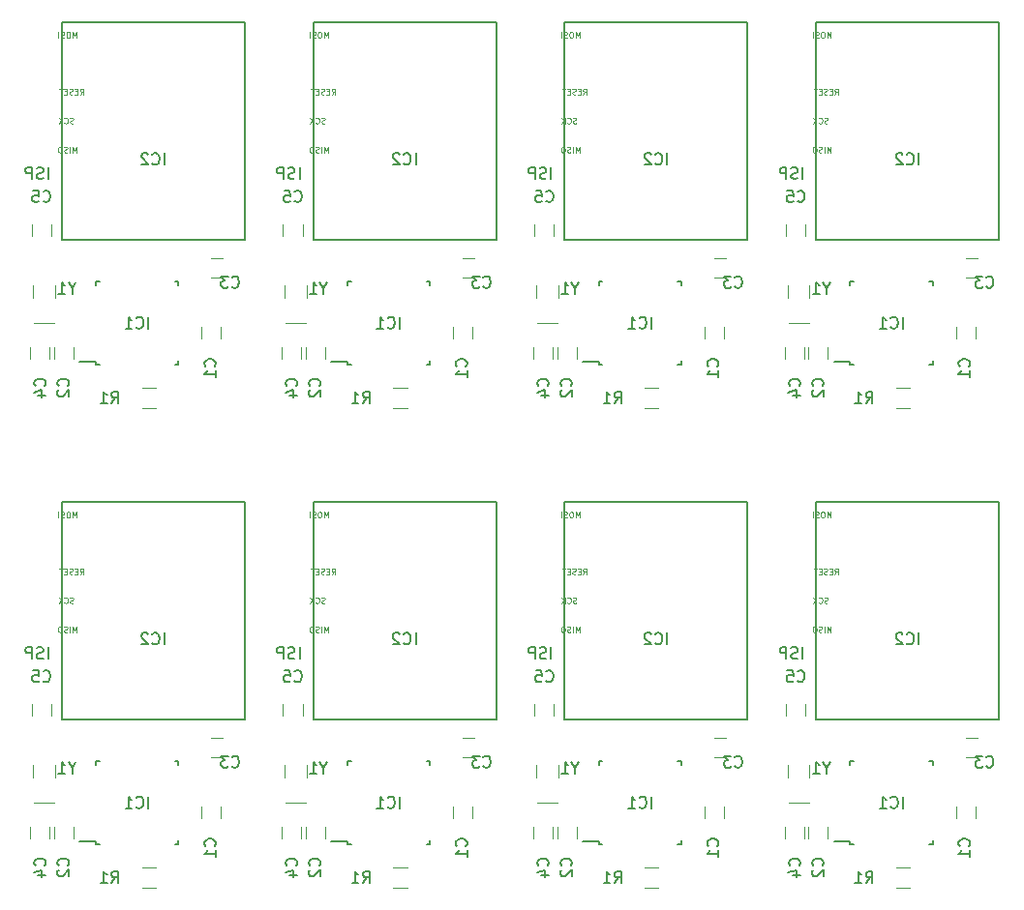
<source format=gbo>
%MOIN*%
%OFA0B0*%
%FSLAX46Y46*%
%IPPOS*%
%LPD*%
%ADD10C,0.0039370078740157488*%
%ADD11C,0.005905511811023622*%
%ADD12C,0.0047244094488188976*%
%ADD23C,0.0039370078740157488*%
%ADD24C,0.005905511811023622*%
%ADD25C,0.0047244094488188976*%
%ADD36C,0.0039370078740157488*%
%ADD37C,0.005905511811023622*%
%ADD38C,0.0047244094488188976*%
%ADD49C,0.0039370078740157488*%
%ADD50C,0.005905511811023622*%
%ADD51C,0.0047244094488188976*%
%ADD62C,0.0039370078740157488*%
%ADD63C,0.005905511811023622*%
%ADD64C,0.0047244094488188976*%
%ADD75C,0.0039370078740157488*%
%ADD76C,0.005905511811023622*%
%ADD77C,0.0047244094488188976*%
%ADD88C,0.0039370078740157488*%
%ADD89C,0.005905511811023622*%
%ADD90C,0.0047244094488188976*%
%ADD101C,0.0039370078740157488*%
%ADD102C,0.005905511811023622*%
%ADD103C,0.0047244094488188976*%
%LPD*%
G01*
D10*
D11*
X0000095519Y0000905949D02*
X0000095519Y0000945318D01*
X0000078646Y0000907824D02*
X0000073022Y0000905949D01*
X0000063646Y0000905949D01*
X0000059898Y0000907824D01*
X0000058023Y0000909699D01*
X0000056149Y0000913448D01*
X0000056149Y0000917198D01*
X0000058023Y0000920947D01*
X0000059898Y0000922822D01*
X0000063646Y0000924697D01*
X0000071147Y0000926571D01*
X0000074896Y0000928446D01*
X0000076771Y0000930321D01*
X0000078646Y0000934071D01*
X0000078646Y0000937820D01*
X0000076771Y0000941570D01*
X0000074896Y0000943444D01*
X0000071147Y0000945318D01*
X0000061773Y0000945318D01*
X0000056149Y0000943444D01*
X0000039276Y0000905949D02*
X0000039276Y0000945318D01*
X0000024278Y0000945318D01*
X0000020528Y0000943444D01*
X0000018653Y0000941570D01*
X0000016779Y0000937820D01*
X0000016779Y0000932195D01*
X0000018653Y0000928446D01*
X0000020528Y0000926571D01*
X0000024278Y0000924697D01*
X0000039276Y0000924697D01*
D10*
X0000193020Y0000997354D02*
X0000193020Y0001017039D01*
X0000186458Y0001002979D01*
X0000179896Y0001017039D01*
X0000179896Y0000997354D01*
X0000170523Y0000997354D02*
X0000170523Y0001017039D01*
X0000162086Y0000998292D02*
X0000159274Y0000997354D01*
X0000154587Y0000997354D01*
X0000152712Y0000998292D01*
X0000151775Y0000999229D01*
X0000150838Y0001001104D01*
X0000150838Y0001002979D01*
X0000151775Y0001004853D01*
X0000152712Y0001005791D01*
X0000154587Y0001006728D01*
X0000158337Y0001007665D01*
X0000160211Y0001008602D01*
X0000161149Y0001009540D01*
X0000162086Y0001011415D01*
X0000162086Y0001013290D01*
X0000161149Y0001015164D01*
X0000160211Y0001016102D01*
X0000158337Y0001017039D01*
X0000153650Y0001017039D01*
X0000150838Y0001016102D01*
X0000138652Y0001017039D02*
X0000134902Y0001017039D01*
X0000133027Y0001016102D01*
X0000131152Y0001014227D01*
X0000130215Y0001010478D01*
X0000130215Y0001003916D01*
X0000131152Y0001000166D01*
X0000133027Y0000998292D01*
X0000134902Y0000997354D01*
X0000138652Y0000997354D01*
X0000140526Y0000998292D01*
X0000142401Y0001000166D01*
X0000143338Y0001003916D01*
X0000143338Y0001010478D01*
X0000142401Y0001014227D01*
X0000140526Y0001016102D01*
X0000138652Y0001017039D01*
X0000182395Y0001098292D02*
X0000179583Y0001097354D01*
X0000174896Y0001097354D01*
X0000173022Y0001098292D01*
X0000172084Y0001099229D01*
X0000171147Y0001101104D01*
X0000171147Y0001102978D01*
X0000172084Y0001104853D01*
X0000173022Y0001105791D01*
X0000174896Y0001106728D01*
X0000178646Y0001107665D01*
X0000180520Y0001108603D01*
X0000181458Y0001109540D01*
X0000182395Y0001111415D01*
X0000182395Y0001113290D01*
X0000181458Y0001115164D01*
X0000180520Y0001116102D01*
X0000178646Y0001117039D01*
X0000173959Y0001117039D01*
X0000171147Y0001116102D01*
X0000151462Y0001099229D02*
X0000152399Y0001098292D01*
X0000155211Y0001097354D01*
X0000157086Y0001097354D01*
X0000159898Y0001098292D01*
X0000161773Y0001100166D01*
X0000162710Y0001102041D01*
X0000163648Y0001105791D01*
X0000163648Y0001108603D01*
X0000162710Y0001112352D01*
X0000161773Y0001114227D01*
X0000159898Y0001116102D01*
X0000157086Y0001117039D01*
X0000155211Y0001117039D01*
X0000152399Y0001116102D01*
X0000151462Y0001115164D01*
X0000143025Y0001097354D02*
X0000143025Y0001117039D01*
X0000131777Y0001097354D02*
X0000140213Y0001108603D01*
X0000131777Y0001117039D02*
X0000143025Y0001105791D01*
X0000205676Y0001197354D02*
X0000212238Y0001206728D01*
X0000216925Y0001197354D02*
X0000216925Y0001217039D01*
X0000209426Y0001217039D01*
X0000207551Y0001216102D01*
X0000206614Y0001215164D01*
X0000205676Y0001213290D01*
X0000205676Y0001210478D01*
X0000206614Y0001208603D01*
X0000207551Y0001207665D01*
X0000209426Y0001206728D01*
X0000216925Y0001206728D01*
X0000197240Y0001207665D02*
X0000190678Y0001207665D01*
X0000187865Y0001197354D02*
X0000197240Y0001197354D01*
X0000197240Y0001217039D01*
X0000187865Y0001217039D01*
X0000180367Y0001198292D02*
X0000177555Y0001197354D01*
X0000172868Y0001197354D01*
X0000170993Y0001198292D01*
X0000170055Y0001199229D01*
X0000169118Y0001201104D01*
X0000169118Y0001202979D01*
X0000170055Y0001204853D01*
X0000170993Y0001205791D01*
X0000172868Y0001206728D01*
X0000176617Y0001207665D01*
X0000178492Y0001208603D01*
X0000179430Y0001209540D01*
X0000180367Y0001211415D01*
X0000180367Y0001213290D01*
X0000179430Y0001215164D01*
X0000178492Y0001216102D01*
X0000176617Y0001217039D01*
X0000171930Y0001217039D01*
X0000169118Y0001216102D01*
X0000160682Y0001207665D02*
X0000154120Y0001207665D01*
X0000151308Y0001197354D02*
X0000160682Y0001197354D01*
X0000160682Y0001217039D01*
X0000151308Y0001217039D01*
X0000145684Y0001217039D02*
X0000134435Y0001217039D01*
X0000140060Y0001197354D02*
X0000140060Y0001217039D01*
X0000193020Y0001392354D02*
X0000193020Y0001412039D01*
X0000186458Y0001397979D01*
X0000179896Y0001412039D01*
X0000179896Y0001392354D01*
X0000166773Y0001412039D02*
X0000163023Y0001412039D01*
X0000161149Y0001411102D01*
X0000159274Y0001409227D01*
X0000158337Y0001405478D01*
X0000158337Y0001398916D01*
X0000159274Y0001395166D01*
X0000161149Y0001393292D01*
X0000163023Y0001392354D01*
X0000166773Y0001392354D01*
X0000168648Y0001393292D01*
X0000170523Y0001395166D01*
X0000171460Y0001398916D01*
X0000171460Y0001405478D01*
X0000170523Y0001409227D01*
X0000168648Y0001411102D01*
X0000166773Y0001412039D01*
X0000150837Y0001393292D02*
X0000148025Y0001392354D01*
X0000143338Y0001392354D01*
X0000141464Y0001393292D01*
X0000140526Y0001394229D01*
X0000139589Y0001396104D01*
X0000139589Y0001397979D01*
X0000140526Y0001399853D01*
X0000141464Y0001400791D01*
X0000143338Y0001401728D01*
X0000147088Y0001402665D01*
X0000148963Y0001403603D01*
X0000149900Y0001404540D01*
X0000150837Y0001406415D01*
X0000150837Y0001408290D01*
X0000149900Y0001410164D01*
X0000148963Y0001411102D01*
X0000147088Y0001412039D01*
X0000142401Y0001412039D01*
X0000139589Y0001411102D01*
X0000131152Y0001392354D02*
X0000131152Y0001412039D01*
D11*
X0000259370Y0000266043D02*
X0000259370Y0000274901D01*
X0000544803Y0000266043D02*
X0000544803Y0000278838D01*
X0000544803Y0000551476D02*
X0000544803Y0000538681D01*
X0000259370Y0000551476D02*
X0000259370Y0000538681D01*
X0000259370Y0000266043D02*
X0000272165Y0000266043D01*
X0000259370Y0000551476D02*
X0000272165Y0000551476D01*
X0000544803Y0000551476D02*
X0000532007Y0000551476D01*
X0000544803Y0000266043D02*
X0000532007Y0000266043D01*
X0000259370Y0000274901D02*
X0000203267Y0000274901D01*
X0000772047Y0000697559D02*
X0000142125Y0000697559D01*
X0000142125Y0000697559D02*
X0000142125Y0001445590D01*
X0000142125Y0001445590D02*
X0000772047Y0001445590D01*
X0000772047Y0001445590D02*
X0000772047Y0000697559D01*
D12*
X0000623622Y0000356574D02*
X0000623622Y0000395944D01*
X0000690551Y0000395944D02*
X0000690551Y0000356574D01*
X0000116122Y0000286574D02*
X0000116122Y0000325944D01*
X0000183051Y0000325944D02*
X0000183051Y0000286574D01*
X0000657401Y0000632224D02*
X0000696770Y0000632224D01*
X0000696770Y0000565295D02*
X0000657401Y0000565295D01*
X0000465708Y0000185905D02*
X0000418464Y0000185905D01*
X0000418464Y0000116614D02*
X0000465708Y0000116614D01*
X0000033622Y0000286574D02*
X0000033622Y0000325944D01*
X0000100551Y0000325944D02*
X0000100551Y0000286574D01*
X0000105551Y0000748444D02*
X0000105551Y0000709074D01*
X0000038622Y0000709074D02*
X0000038622Y0000748444D01*
X0000119487Y0000494606D02*
X0000119487Y0000537913D01*
X0000044685Y0000494606D02*
X0000044685Y0000537913D01*
X0000117519Y0000409960D02*
X0000046653Y0000409960D01*
D11*
X0000440519Y0000390949D02*
X0000440519Y0000430319D01*
X0000399273Y0000394699D02*
X0000401149Y0000392824D01*
X0000406773Y0000390949D01*
X0000410523Y0000390949D01*
X0000416147Y0000392824D01*
X0000419896Y0000396573D01*
X0000421770Y0000400323D01*
X0000423646Y0000407822D01*
X0000423646Y0000413446D01*
X0000421770Y0000420945D01*
X0000419896Y0000424695D01*
X0000416147Y0000428444D01*
X0000410523Y0000430319D01*
X0000406773Y0000430319D01*
X0000401149Y0000428444D01*
X0000399273Y0000426570D01*
X0000361779Y0000390949D02*
X0000384276Y0000390949D01*
X0000373027Y0000390949D02*
X0000373027Y0000430319D01*
X0000376777Y0000424695D01*
X0000380526Y0000420945D01*
X0000384276Y0000419071D01*
X0000495519Y0000955339D02*
X0000495519Y0000994709D01*
X0000454274Y0000959088D02*
X0000456149Y0000957214D01*
X0000461773Y0000955339D01*
X0000465523Y0000955339D01*
X0000471147Y0000957214D01*
X0000474896Y0000960963D01*
X0000476771Y0000964713D01*
X0000478646Y0000972212D01*
X0000478646Y0000977836D01*
X0000476771Y0000985335D01*
X0000474896Y0000989085D01*
X0000471147Y0000992834D01*
X0000465523Y0000994709D01*
X0000461773Y0000994709D01*
X0000456149Y0000992834D01*
X0000454274Y0000990959D01*
X0000439276Y0000990959D02*
X0000437401Y0000992834D01*
X0000433652Y0000994709D01*
X0000424278Y0000994709D01*
X0000420528Y0000992834D01*
X0000418653Y0000990959D01*
X0000416779Y0000987210D01*
X0000416779Y0000983460D01*
X0000418653Y0000977836D01*
X0000441151Y0000955339D01*
X0000416779Y0000955339D01*
X0000668647Y0000260321D02*
X0000670521Y0000262196D01*
X0000672396Y0000267820D01*
X0000672396Y0000271570D01*
X0000670521Y0000277194D01*
X0000666772Y0000280943D01*
X0000663022Y0000282818D01*
X0000655523Y0000284693D01*
X0000649899Y0000284693D01*
X0000642400Y0000282818D01*
X0000638651Y0000280943D01*
X0000634901Y0000277194D01*
X0000633026Y0000271570D01*
X0000633026Y0000267820D01*
X0000634901Y0000262196D01*
X0000636776Y0000260321D01*
X0000672396Y0000222826D02*
X0000672396Y0000245323D01*
X0000672396Y0000234074D02*
X0000633026Y0000234074D01*
X0000638651Y0000237824D01*
X0000642400Y0000241573D01*
X0000644275Y0000245323D01*
X0000163647Y0000192821D02*
X0000165522Y0000194696D01*
X0000167396Y0000200320D01*
X0000167396Y0000204069D01*
X0000165522Y0000209694D01*
X0000161772Y0000213442D01*
X0000158023Y0000215318D01*
X0000150523Y0000217192D01*
X0000144899Y0000217192D01*
X0000137400Y0000215318D01*
X0000133651Y0000213442D01*
X0000129899Y0000209694D01*
X0000128026Y0000204069D01*
X0000128026Y0000200320D01*
X0000129899Y0000194696D01*
X0000131776Y0000192821D01*
X0000131776Y0000177823D02*
X0000129899Y0000175948D01*
X0000128026Y0000172199D01*
X0000128026Y0000162825D01*
X0000129899Y0000159075D01*
X0000131776Y0000157200D01*
X0000135525Y0000155326D01*
X0000139275Y0000155326D01*
X0000144899Y0000157200D01*
X0000167396Y0000179698D01*
X0000167396Y0000155326D01*
X0000728648Y0000534699D02*
X0000730522Y0000532824D01*
X0000736146Y0000530949D01*
X0000739896Y0000530949D01*
X0000745521Y0000532824D01*
X0000749269Y0000536573D01*
X0000751145Y0000540323D01*
X0000753020Y0000547822D01*
X0000753020Y0000553446D01*
X0000751145Y0000560945D01*
X0000749269Y0000564695D01*
X0000745521Y0000568444D01*
X0000739896Y0000570319D01*
X0000736146Y0000570319D01*
X0000730522Y0000568444D01*
X0000728648Y0000566570D01*
X0000715524Y0000570319D02*
X0000691152Y0000570319D01*
X0000704276Y0000555321D01*
X0000698651Y0000555321D01*
X0000694902Y0000553446D01*
X0000693027Y0000551572D01*
X0000691152Y0000547822D01*
X0000691152Y0000538448D01*
X0000693027Y0000534699D01*
X0000694902Y0000532824D01*
X0000698651Y0000530949D01*
X0000709900Y0000530949D01*
X0000713650Y0000532824D01*
X0000715524Y0000534699D01*
X0000313648Y0000133449D02*
X0000326771Y0000152197D01*
X0000336145Y0000133449D02*
X0000336145Y0000172819D01*
X0000321147Y0000172819D01*
X0000317397Y0000170944D01*
X0000315522Y0000169070D01*
X0000313648Y0000165320D01*
X0000313648Y0000159696D01*
X0000315522Y0000155946D01*
X0000317397Y0000154071D01*
X0000321147Y0000152197D01*
X0000336145Y0000152197D01*
X0000276152Y0000133449D02*
X0000298650Y0000133449D01*
X0000287401Y0000133449D02*
X0000287401Y0000172819D01*
X0000291151Y0000167195D01*
X0000294900Y0000163445D01*
X0000298650Y0000161570D01*
X0000083647Y0000192821D02*
X0000085522Y0000194696D01*
X0000087396Y0000200320D01*
X0000087396Y0000204069D01*
X0000085522Y0000209694D01*
X0000081772Y0000213442D01*
X0000078023Y0000215318D01*
X0000070524Y0000217192D01*
X0000064899Y0000217192D01*
X0000057400Y0000215318D01*
X0000053651Y0000213442D01*
X0000049901Y0000209694D01*
X0000048026Y0000204069D01*
X0000048026Y0000200320D01*
X0000049901Y0000194696D01*
X0000051776Y0000192821D01*
X0000061150Y0000159075D02*
X0000087396Y0000159075D01*
X0000046152Y0000168449D02*
X0000074273Y0000177823D01*
X0000074273Y0000153451D01*
X0000078648Y0000829699D02*
X0000080523Y0000827824D01*
X0000086147Y0000825949D01*
X0000089896Y0000825949D01*
X0000095521Y0000827824D01*
X0000099270Y0000831572D01*
X0000101145Y0000835323D01*
X0000103020Y0000842822D01*
X0000103020Y0000848446D01*
X0000101145Y0000855945D01*
X0000099270Y0000859695D01*
X0000095521Y0000863444D01*
X0000089896Y0000865319D01*
X0000086147Y0000865319D01*
X0000080523Y0000863444D01*
X0000078648Y0000861569D01*
X0000043026Y0000865319D02*
X0000061775Y0000865319D01*
X0000063650Y0000846571D01*
X0000061775Y0000848446D01*
X0000058025Y0000850321D01*
X0000048650Y0000850321D01*
X0000044902Y0000848446D01*
X0000043026Y0000846571D01*
X0000041151Y0000842822D01*
X0000041151Y0000833448D01*
X0000043026Y0000829699D01*
X0000044902Y0000827824D01*
X0000048650Y0000825949D01*
X0000058025Y0000825949D01*
X0000061775Y0000827824D01*
X0000063650Y0000829699D01*
X0000178334Y0000529697D02*
X0000178334Y0000510949D01*
X0000191457Y0000550319D02*
X0000178334Y0000529697D01*
X0000165210Y0000550319D01*
X0000131465Y0000510949D02*
X0000153962Y0000510949D01*
X0000142713Y0000510949D02*
X0000142713Y0000550319D01*
X0000146463Y0000544695D01*
X0000150212Y0000540945D01*
X0000153962Y0000539071D01*
G01*
D23*
D24*
X0000095519Y0002559492D02*
X0000095519Y0002598862D01*
X0000078646Y0002561367D02*
X0000073022Y0002559492D01*
X0000063646Y0002559492D01*
X0000059898Y0002561367D01*
X0000058023Y0002563242D01*
X0000056149Y0002566991D01*
X0000056149Y0002570741D01*
X0000058023Y0002574490D01*
X0000059898Y0002576364D01*
X0000063646Y0002578240D01*
X0000071147Y0002580115D01*
X0000074896Y0002581990D01*
X0000076771Y0002583864D01*
X0000078646Y0002587614D01*
X0000078646Y0002591363D01*
X0000076771Y0002595113D01*
X0000074896Y0002596988D01*
X0000071147Y0002598862D01*
X0000061773Y0002598862D01*
X0000056149Y0002596988D01*
X0000039276Y0002559492D02*
X0000039276Y0002598862D01*
X0000024278Y0002598862D01*
X0000020528Y0002596988D01*
X0000018653Y0002595113D01*
X0000016779Y0002591363D01*
X0000016779Y0002585739D01*
X0000018653Y0002581990D01*
X0000020528Y0002580115D01*
X0000024278Y0002578240D01*
X0000039276Y0002578240D01*
D23*
X0000193020Y0002650898D02*
X0000193020Y0002670583D01*
X0000186458Y0002656522D01*
X0000179896Y0002670583D01*
X0000179896Y0002650898D01*
X0000170523Y0002650898D02*
X0000170523Y0002670583D01*
X0000162086Y0002651835D02*
X0000159274Y0002650898D01*
X0000154587Y0002650898D01*
X0000152712Y0002651835D01*
X0000151775Y0002652772D01*
X0000150838Y0002654646D01*
X0000150838Y0002656522D01*
X0000151775Y0002658396D01*
X0000152712Y0002659334D01*
X0000154587Y0002660270D01*
X0000158337Y0002661209D01*
X0000160211Y0002662146D01*
X0000161149Y0002663083D01*
X0000162086Y0002664958D01*
X0000162086Y0002666833D01*
X0000161149Y0002668707D01*
X0000160211Y0002669645D01*
X0000158337Y0002670583D01*
X0000153650Y0002670583D01*
X0000150838Y0002669645D01*
X0000138652Y0002670583D02*
X0000134902Y0002670583D01*
X0000133027Y0002669645D01*
X0000131152Y0002667770D01*
X0000130215Y0002664021D01*
X0000130215Y0002657459D01*
X0000131152Y0002653710D01*
X0000133027Y0002651835D01*
X0000134902Y0002650898D01*
X0000138652Y0002650898D01*
X0000140526Y0002651835D01*
X0000142401Y0002653710D01*
X0000143338Y0002657459D01*
X0000143338Y0002664021D01*
X0000142401Y0002667770D01*
X0000140526Y0002669645D01*
X0000138652Y0002670583D01*
X0000182395Y0002751835D02*
X0000179583Y0002750898D01*
X0000174896Y0002750898D01*
X0000173022Y0002751835D01*
X0000172084Y0002752772D01*
X0000171147Y0002754646D01*
X0000171147Y0002756522D01*
X0000172084Y0002758397D01*
X0000173022Y0002759334D01*
X0000174896Y0002760271D01*
X0000178646Y0002761209D01*
X0000180520Y0002762146D01*
X0000181458Y0002763083D01*
X0000182395Y0002764957D01*
X0000182395Y0002766833D01*
X0000181458Y0002768708D01*
X0000180520Y0002769645D01*
X0000178646Y0002770583D01*
X0000173959Y0002770583D01*
X0000171147Y0002769645D01*
X0000151462Y0002752772D02*
X0000152399Y0002751835D01*
X0000155211Y0002750898D01*
X0000157086Y0002750898D01*
X0000159898Y0002751835D01*
X0000161773Y0002753710D01*
X0000162710Y0002755584D01*
X0000163648Y0002759334D01*
X0000163648Y0002762146D01*
X0000162710Y0002765896D01*
X0000161773Y0002767770D01*
X0000159898Y0002769645D01*
X0000157086Y0002770583D01*
X0000155211Y0002770583D01*
X0000152399Y0002769645D01*
X0000151462Y0002768708D01*
X0000143025Y0002750898D02*
X0000143025Y0002770583D01*
X0000131777Y0002750898D02*
X0000140213Y0002762146D01*
X0000131777Y0002770583D02*
X0000143025Y0002759334D01*
X0000205676Y0002850898D02*
X0000212238Y0002860271D01*
X0000216925Y0002850898D02*
X0000216925Y0002870582D01*
X0000209426Y0002870582D01*
X0000207551Y0002869645D01*
X0000206614Y0002868708D01*
X0000205676Y0002866833D01*
X0000205676Y0002864021D01*
X0000206614Y0002862146D01*
X0000207551Y0002861209D01*
X0000209426Y0002860271D01*
X0000216925Y0002860271D01*
X0000197240Y0002861209D02*
X0000190678Y0002861209D01*
X0000187865Y0002850898D02*
X0000197240Y0002850898D01*
X0000197240Y0002870582D01*
X0000187865Y0002870582D01*
X0000180367Y0002851835D02*
X0000177555Y0002850898D01*
X0000172868Y0002850898D01*
X0000170993Y0002851835D01*
X0000170055Y0002852772D01*
X0000169118Y0002854647D01*
X0000169118Y0002856521D01*
X0000170055Y0002858397D01*
X0000170993Y0002859334D01*
X0000172868Y0002860271D01*
X0000176617Y0002861209D01*
X0000178492Y0002862146D01*
X0000179430Y0002863083D01*
X0000180367Y0002864958D01*
X0000180367Y0002866833D01*
X0000179430Y0002868708D01*
X0000178492Y0002869645D01*
X0000176617Y0002870582D01*
X0000171930Y0002870582D01*
X0000169118Y0002869645D01*
X0000160682Y0002861209D02*
X0000154120Y0002861209D01*
X0000151308Y0002850898D02*
X0000160682Y0002850898D01*
X0000160682Y0002870582D01*
X0000151308Y0002870582D01*
X0000145684Y0002870582D02*
X0000134435Y0002870582D01*
X0000140060Y0002850898D02*
X0000140060Y0002870582D01*
X0000193020Y0003045898D02*
X0000193020Y0003065583D01*
X0000186458Y0003051522D01*
X0000179896Y0003065583D01*
X0000179896Y0003045898D01*
X0000166773Y0003065583D02*
X0000163023Y0003065583D01*
X0000161149Y0003064645D01*
X0000159274Y0003062769D01*
X0000158337Y0003059021D01*
X0000158337Y0003052458D01*
X0000159274Y0003048710D01*
X0000161149Y0003046835D01*
X0000163023Y0003045898D01*
X0000166773Y0003045898D01*
X0000168648Y0003046835D01*
X0000170523Y0003048710D01*
X0000171460Y0003052458D01*
X0000171460Y0003059021D01*
X0000170523Y0003062769D01*
X0000168648Y0003064645D01*
X0000166773Y0003065583D01*
X0000150837Y0003046835D02*
X0000148025Y0003045898D01*
X0000143338Y0003045898D01*
X0000141464Y0003046835D01*
X0000140526Y0003047772D01*
X0000139589Y0003049647D01*
X0000139589Y0003051522D01*
X0000140526Y0003053397D01*
X0000141464Y0003054334D01*
X0000143338Y0003055271D01*
X0000147088Y0003056209D01*
X0000148963Y0003057146D01*
X0000149900Y0003058083D01*
X0000150837Y0003059958D01*
X0000150837Y0003061833D01*
X0000149900Y0003063708D01*
X0000148963Y0003064645D01*
X0000147088Y0003065583D01*
X0000142401Y0003065583D01*
X0000139589Y0003064645D01*
X0000131152Y0003045898D02*
X0000131152Y0003065583D01*
D24*
X0000259370Y0001919586D02*
X0000259370Y0001928444D01*
X0000544803Y0001919586D02*
X0000544803Y0001932381D01*
X0000544803Y0002205019D02*
X0000544803Y0002192224D01*
X0000259370Y0002205019D02*
X0000259370Y0002192224D01*
X0000259370Y0001919586D02*
X0000272165Y0001919586D01*
X0000259370Y0002205019D02*
X0000272165Y0002205019D01*
X0000544803Y0002205019D02*
X0000532007Y0002205019D01*
X0000544803Y0001919586D02*
X0000532007Y0001919586D01*
X0000259370Y0001928444D02*
X0000203267Y0001928444D01*
X0000772047Y0002351102D02*
X0000142125Y0002351102D01*
X0000142125Y0002351102D02*
X0000142125Y0003099133D01*
X0000142125Y0003099133D02*
X0000772047Y0003099133D01*
X0000772047Y0003099133D02*
X0000772047Y0002351102D01*
D25*
X0000623622Y0002010117D02*
X0000623622Y0002049488D01*
X0000690551Y0002049488D02*
X0000690551Y0002010117D01*
X0000116122Y0001940118D02*
X0000116122Y0001979488D01*
X0000183051Y0001979488D02*
X0000183051Y0001940118D01*
X0000657401Y0002285767D02*
X0000696770Y0002285767D01*
X0000696770Y0002218838D02*
X0000657401Y0002218838D01*
X0000465708Y0001839448D02*
X0000418464Y0001839448D01*
X0000418464Y0001770157D02*
X0000465708Y0001770157D01*
X0000033622Y0001940118D02*
X0000033622Y0001979488D01*
X0000100551Y0001979488D02*
X0000100551Y0001940118D01*
X0000105551Y0002401988D02*
X0000105551Y0002362618D01*
X0000038622Y0002362618D02*
X0000038622Y0002401988D01*
X0000119487Y0002148149D02*
X0000119487Y0002191456D01*
X0000044685Y0002148149D02*
X0000044685Y0002191456D01*
X0000117519Y0002063502D02*
X0000046653Y0002063502D01*
D24*
X0000440519Y0002044492D02*
X0000440519Y0002083861D01*
X0000399273Y0002048242D02*
X0000401149Y0002046367D01*
X0000406773Y0002044492D01*
X0000410523Y0002044492D01*
X0000416147Y0002046367D01*
X0000419896Y0002050117D01*
X0000421770Y0002053866D01*
X0000423646Y0002061365D01*
X0000423646Y0002066990D01*
X0000421770Y0002074488D01*
X0000419896Y0002078237D01*
X0000416147Y0002081988D01*
X0000410523Y0002083861D01*
X0000406773Y0002083861D01*
X0000401149Y0002081988D01*
X0000399273Y0002080112D01*
X0000361779Y0002044492D02*
X0000384276Y0002044492D01*
X0000373027Y0002044492D02*
X0000373027Y0002083861D01*
X0000376777Y0002078237D01*
X0000380526Y0002074488D01*
X0000384276Y0002072614D01*
X0000495519Y0002608882D02*
X0000495519Y0002648252D01*
X0000454274Y0002612632D02*
X0000456149Y0002610757D01*
X0000461773Y0002608882D01*
X0000465523Y0002608882D01*
X0000471147Y0002610757D01*
X0000474896Y0002614506D01*
X0000476771Y0002618256D01*
X0000478646Y0002625755D01*
X0000478646Y0002631378D01*
X0000476771Y0002638878D01*
X0000474896Y0002642628D01*
X0000471147Y0002646377D01*
X0000465523Y0002648252D01*
X0000461773Y0002648252D01*
X0000456149Y0002646377D01*
X0000454274Y0002644503D01*
X0000439276Y0002644503D02*
X0000437401Y0002646377D01*
X0000433652Y0002648252D01*
X0000424278Y0002648252D01*
X0000420528Y0002646377D01*
X0000418653Y0002644503D01*
X0000416779Y0002640753D01*
X0000416779Y0002637004D01*
X0000418653Y0002631378D01*
X0000441151Y0002608882D01*
X0000416779Y0002608882D01*
X0000668647Y0001913864D02*
X0000670521Y0001915739D01*
X0000672396Y0001921361D01*
X0000672396Y0001925113D01*
X0000670521Y0001930737D01*
X0000666772Y0001934487D01*
X0000663022Y0001936362D01*
X0000655523Y0001938236D01*
X0000649899Y0001938236D01*
X0000642400Y0001936362D01*
X0000638651Y0001934487D01*
X0000634901Y0001930737D01*
X0000633026Y0001925113D01*
X0000633026Y0001921361D01*
X0000634901Y0001915739D01*
X0000636776Y0001913864D01*
X0000672396Y0001876369D02*
X0000672396Y0001898866D01*
X0000672396Y0001887618D02*
X0000633026Y0001887618D01*
X0000638651Y0001891367D01*
X0000642400Y0001895117D01*
X0000644275Y0001898866D01*
X0000163647Y0001846364D02*
X0000165522Y0001848237D01*
X0000167396Y0001853863D01*
X0000167396Y0001857613D01*
X0000165522Y0001863237D01*
X0000161772Y0001866987D01*
X0000158023Y0001868861D01*
X0000150523Y0001870736D01*
X0000144899Y0001870736D01*
X0000137400Y0001868861D01*
X0000133651Y0001866987D01*
X0000129899Y0001863237D01*
X0000128026Y0001857613D01*
X0000128026Y0001853863D01*
X0000129899Y0001848237D01*
X0000131776Y0001846364D01*
X0000131776Y0001831366D02*
X0000129899Y0001829491D01*
X0000128026Y0001825742D01*
X0000128026Y0001816368D01*
X0000129899Y0001812618D01*
X0000131776Y0001810743D01*
X0000135525Y0001808868D01*
X0000139275Y0001808868D01*
X0000144899Y0001810743D01*
X0000167396Y0001833241D01*
X0000167396Y0001808868D01*
X0000728648Y0002188242D02*
X0000730522Y0002186367D01*
X0000736146Y0002184492D01*
X0000739896Y0002184492D01*
X0000745521Y0002186367D01*
X0000749269Y0002190117D01*
X0000751145Y0002193866D01*
X0000753020Y0002201365D01*
X0000753020Y0002206990D01*
X0000751145Y0002214489D01*
X0000749269Y0002218238D01*
X0000745521Y0002221988D01*
X0000739896Y0002223862D01*
X0000736146Y0002223862D01*
X0000730522Y0002221988D01*
X0000728648Y0002220113D01*
X0000715524Y0002223862D02*
X0000691152Y0002223862D01*
X0000704276Y0002208864D01*
X0000698651Y0002208864D01*
X0000694902Y0002206990D01*
X0000693027Y0002205115D01*
X0000691152Y0002201365D01*
X0000691152Y0002191991D01*
X0000693027Y0002188242D01*
X0000694902Y0002186367D01*
X0000698651Y0002184492D01*
X0000709900Y0002184492D01*
X0000713650Y0002186367D01*
X0000715524Y0002188242D01*
X0000313648Y0001786992D02*
X0000326771Y0001805740D01*
X0000336145Y0001786992D02*
X0000336145Y0001826362D01*
X0000321147Y0001826362D01*
X0000317397Y0001824488D01*
X0000315522Y0001822613D01*
X0000313648Y0001818863D01*
X0000313648Y0001813239D01*
X0000315522Y0001809490D01*
X0000317397Y0001807615D01*
X0000321147Y0001805740D01*
X0000336145Y0001805740D01*
X0000276152Y0001786992D02*
X0000298650Y0001786992D01*
X0000287401Y0001786992D02*
X0000287401Y0001826362D01*
X0000291151Y0001820738D01*
X0000294900Y0001816989D01*
X0000298650Y0001815114D01*
X0000083647Y0001846364D02*
X0000085522Y0001848237D01*
X0000087396Y0001853863D01*
X0000087396Y0001857613D01*
X0000085522Y0001863237D01*
X0000081772Y0001866987D01*
X0000078023Y0001868861D01*
X0000070524Y0001870736D01*
X0000064899Y0001870736D01*
X0000057400Y0001868861D01*
X0000053651Y0001866987D01*
X0000049901Y0001863237D01*
X0000048026Y0001857613D01*
X0000048026Y0001853863D01*
X0000049901Y0001848237D01*
X0000051776Y0001846364D01*
X0000061150Y0001812618D02*
X0000087396Y0001812618D01*
X0000046152Y0001821991D02*
X0000074273Y0001831366D01*
X0000074273Y0001806994D01*
X0000078648Y0002483242D02*
X0000080523Y0002481367D01*
X0000086147Y0002479492D01*
X0000089896Y0002479492D01*
X0000095521Y0002481367D01*
X0000099270Y0002485117D01*
X0000101145Y0002488866D01*
X0000103020Y0002496365D01*
X0000103020Y0002501990D01*
X0000101145Y0002509489D01*
X0000099270Y0002513238D01*
X0000095521Y0002516988D01*
X0000089896Y0002518862D01*
X0000086147Y0002518862D01*
X0000080523Y0002516988D01*
X0000078648Y0002515113D01*
X0000043026Y0002518862D02*
X0000061775Y0002518862D01*
X0000063650Y0002500115D01*
X0000061775Y0002501990D01*
X0000058025Y0002503864D01*
X0000048650Y0002503864D01*
X0000044902Y0002501990D01*
X0000043026Y0002500115D01*
X0000041151Y0002496365D01*
X0000041151Y0002486991D01*
X0000043026Y0002483242D01*
X0000044902Y0002481367D01*
X0000048650Y0002479492D01*
X0000058025Y0002479492D01*
X0000061775Y0002481367D01*
X0000063650Y0002483242D01*
X0000178334Y0002183240D02*
X0000178334Y0002164492D01*
X0000191457Y0002203862D02*
X0000178334Y0002183240D01*
X0000165210Y0002203862D01*
X0000131465Y0002164492D02*
X0000153962Y0002164492D01*
X0000142713Y0002164492D02*
X0000142713Y0002203862D01*
X0000146463Y0002198238D01*
X0000150212Y0002194489D01*
X0000153962Y0002192614D01*
G01*
D36*
D37*
X0000961660Y0000905949D02*
X0000961660Y0000945318D01*
X0000944788Y0000907824D02*
X0000939163Y0000905949D01*
X0000929790Y0000905949D01*
X0000926040Y0000907824D01*
X0000924165Y0000909699D01*
X0000922290Y0000913448D01*
X0000922290Y0000917198D01*
X0000924165Y0000920947D01*
X0000926040Y0000922822D01*
X0000929790Y0000924697D01*
X0000937289Y0000926571D01*
X0000941038Y0000928446D01*
X0000942913Y0000930321D01*
X0000944788Y0000934071D01*
X0000944788Y0000937820D01*
X0000942913Y0000941570D01*
X0000941038Y0000943444D01*
X0000937289Y0000945318D01*
X0000927915Y0000945318D01*
X0000922290Y0000943444D01*
X0000905418Y0000905949D02*
X0000905418Y0000945318D01*
X0000890419Y0000945318D01*
X0000886670Y0000943444D01*
X0000884794Y0000941570D01*
X0000882920Y0000937820D01*
X0000882920Y0000932195D01*
X0000884794Y0000928446D01*
X0000886670Y0000926571D01*
X0000890419Y0000924697D01*
X0000905418Y0000924697D01*
D36*
X0001059161Y0000997354D02*
X0001059161Y0001017039D01*
X0001052600Y0001002979D01*
X0001046038Y0001017039D01*
X0001046038Y0000997354D01*
X0001036664Y0000997354D02*
X0001036664Y0001017039D01*
X0001028227Y0000998292D02*
X0001025416Y0000997354D01*
X0001020729Y0000997354D01*
X0001018853Y0000998292D01*
X0001017917Y0000999229D01*
X0001016979Y0001001104D01*
X0001016979Y0001002979D01*
X0001017917Y0001004853D01*
X0001018853Y0001005791D01*
X0001020729Y0001006728D01*
X0001024478Y0001007665D01*
X0001026353Y0001008602D01*
X0001027290Y0001009540D01*
X0001028227Y0001011415D01*
X0001028227Y0001013290D01*
X0001027290Y0001015164D01*
X0001026353Y0001016102D01*
X0001024478Y0001017039D01*
X0001019790Y0001017039D01*
X0001016979Y0001016102D01*
X0001004793Y0001017039D02*
X0001001044Y0001017039D01*
X0000999169Y0001016102D01*
X0000997294Y0001014227D01*
X0000996357Y0001010478D01*
X0000996357Y0001003916D01*
X0000997294Y0001000166D01*
X0000999169Y0000998292D01*
X0001001044Y0000997354D01*
X0001004793Y0000997354D01*
X0001006667Y0000998292D01*
X0001008543Y0001000166D01*
X0001009479Y0001003916D01*
X0001009479Y0001010478D01*
X0001008543Y0001014227D01*
X0001006667Y0001016102D01*
X0001004793Y0001017039D01*
X0001048537Y0001098292D02*
X0001045725Y0001097354D01*
X0001041037Y0001097354D01*
X0001039163Y0001098292D01*
X0001038226Y0001099229D01*
X0001037288Y0001101104D01*
X0001037288Y0001102978D01*
X0001038226Y0001104853D01*
X0001039163Y0001105791D01*
X0001041037Y0001106728D01*
X0001044788Y0001107665D01*
X0001046662Y0001108603D01*
X0001047600Y0001109540D01*
X0001048537Y0001111415D01*
X0001048537Y0001113290D01*
X0001047600Y0001115164D01*
X0001046662Y0001116102D01*
X0001044788Y0001117039D01*
X0001040101Y0001117039D01*
X0001037288Y0001116102D01*
X0001017604Y0001099229D02*
X0001018540Y0001098292D01*
X0001021353Y0001097354D01*
X0001023228Y0001097354D01*
X0001026040Y0001098292D01*
X0001027914Y0001100166D01*
X0001028852Y0001102041D01*
X0001029790Y0001105791D01*
X0001029790Y0001108603D01*
X0001028852Y0001112352D01*
X0001027914Y0001114227D01*
X0001026040Y0001116102D01*
X0001023228Y0001117039D01*
X0001021353Y0001117039D01*
X0001018540Y0001116102D01*
X0001017604Y0001115164D01*
X0001009166Y0001097354D02*
X0001009166Y0001117039D01*
X0000997918Y0001097354D02*
X0001006355Y0001108603D01*
X0000997918Y0001117039D02*
X0001009166Y0001105791D01*
X0001071818Y0001197354D02*
X0001078380Y0001206728D01*
X0001083067Y0001197354D02*
X0001083067Y0001217039D01*
X0001075567Y0001217039D01*
X0001073693Y0001216102D01*
X0001072755Y0001215164D01*
X0001071818Y0001213290D01*
X0001071818Y0001210478D01*
X0001072755Y0001208603D01*
X0001073693Y0001207665D01*
X0001075567Y0001206728D01*
X0001083067Y0001206728D01*
X0001063382Y0001207665D02*
X0001056820Y0001207665D01*
X0001054008Y0001197354D02*
X0001063382Y0001197354D01*
X0001063382Y0001217039D01*
X0001054008Y0001217039D01*
X0001046508Y0001198292D02*
X0001043697Y0001197354D01*
X0001039010Y0001197354D01*
X0001037134Y0001198292D01*
X0001036197Y0001199229D01*
X0001035260Y0001201104D01*
X0001035260Y0001202979D01*
X0001036197Y0001204853D01*
X0001037134Y0001205791D01*
X0001039010Y0001206728D01*
X0001042759Y0001207665D01*
X0001044634Y0001208603D01*
X0001045571Y0001209540D01*
X0001046508Y0001211415D01*
X0001046508Y0001213290D01*
X0001045571Y0001215164D01*
X0001044634Y0001216102D01*
X0001042759Y0001217039D01*
X0001038072Y0001217039D01*
X0001035260Y0001216102D01*
X0001026824Y0001207665D02*
X0001020262Y0001207665D01*
X0001017450Y0001197354D02*
X0001026824Y0001197354D01*
X0001026824Y0001217039D01*
X0001017450Y0001217039D01*
X0001011825Y0001217039D02*
X0001000577Y0001217039D01*
X0001006200Y0001197354D02*
X0001006200Y0001217039D01*
X0001059161Y0001392354D02*
X0001059161Y0001412039D01*
X0001052600Y0001397979D01*
X0001046038Y0001412039D01*
X0001046038Y0001392354D01*
X0001032915Y0001412039D02*
X0001029165Y0001412039D01*
X0001027290Y0001411102D01*
X0001025416Y0001409227D01*
X0001024478Y0001405478D01*
X0001024478Y0001398916D01*
X0001025416Y0001395166D01*
X0001027290Y0001393292D01*
X0001029165Y0001392354D01*
X0001032915Y0001392354D01*
X0001034790Y0001393292D01*
X0001036664Y0001395166D01*
X0001037601Y0001398916D01*
X0001037601Y0001405478D01*
X0001036664Y0001409227D01*
X0001034790Y0001411102D01*
X0001032915Y0001412039D01*
X0001016979Y0001393292D02*
X0001014167Y0001392354D01*
X0001009479Y0001392354D01*
X0001007605Y0001393292D01*
X0001006667Y0001394229D01*
X0001005730Y0001396104D01*
X0001005730Y0001397979D01*
X0001006667Y0001399853D01*
X0001007605Y0001400791D01*
X0001009479Y0001401728D01*
X0001013230Y0001402665D01*
X0001015104Y0001403603D01*
X0001016041Y0001404540D01*
X0001016979Y0001406415D01*
X0001016979Y0001408290D01*
X0001016041Y0001410164D01*
X0001015104Y0001411102D01*
X0001013230Y0001412039D01*
X0001008543Y0001412039D01*
X0001005730Y0001411102D01*
X0000997294Y0001392354D02*
X0000997294Y0001412039D01*
D37*
X0001125511Y0000266043D02*
X0001125511Y0000274901D01*
X0001410944Y0000266043D02*
X0001410944Y0000278838D01*
X0001410944Y0000551476D02*
X0001410944Y0000538681D01*
X0001125511Y0000551476D02*
X0001125511Y0000538681D01*
X0001125511Y0000266043D02*
X0001138307Y0000266043D01*
X0001125511Y0000551476D02*
X0001138307Y0000551476D01*
X0001410944Y0000551476D02*
X0001398149Y0000551476D01*
X0001410944Y0000266043D02*
X0001398149Y0000266043D01*
X0001125511Y0000274901D02*
X0001069409Y0000274901D01*
X0001638187Y0000697559D02*
X0001008267Y0000697559D01*
X0001008267Y0000697559D02*
X0001008267Y0001445590D01*
X0001008267Y0001445590D02*
X0001638187Y0001445590D01*
X0001638187Y0001445590D02*
X0001638187Y0000697559D01*
D38*
X0001489763Y0000356574D02*
X0001489763Y0000395944D01*
X0001556692Y0000395944D02*
X0001556692Y0000356574D01*
X0000982263Y0000286574D02*
X0000982263Y0000325944D01*
X0001049192Y0000325944D02*
X0001049192Y0000286574D01*
X0001523543Y0000632224D02*
X0001562913Y0000632224D01*
X0001562913Y0000565295D02*
X0001523543Y0000565295D01*
X0001331850Y0000185905D02*
X0001284606Y0000185905D01*
X0001284606Y0000116614D02*
X0001331850Y0000116614D01*
X0000899763Y0000286574D02*
X0000899763Y0000325944D01*
X0000966692Y0000325944D02*
X0000966692Y0000286574D01*
X0000971692Y0000748444D02*
X0000971692Y0000709074D01*
X0000904763Y0000709074D02*
X0000904763Y0000748444D01*
X0000985629Y0000494606D02*
X0000985629Y0000537913D01*
X0000910826Y0000494606D02*
X0000910826Y0000537913D01*
X0000983661Y0000409960D02*
X0000912795Y0000409960D01*
D37*
X0001306660Y0000390949D02*
X0001306660Y0000430319D01*
X0001265416Y0000394699D02*
X0001267290Y0000392824D01*
X0001272915Y0000390949D01*
X0001276664Y0000390949D01*
X0001282289Y0000392824D01*
X0001286038Y0000396573D01*
X0001287913Y0000400323D01*
X0001289788Y0000407822D01*
X0001289788Y0000413446D01*
X0001287913Y0000420945D01*
X0001286038Y0000424695D01*
X0001282289Y0000428444D01*
X0001276664Y0000430319D01*
X0001272915Y0000430319D01*
X0001267290Y0000428444D01*
X0001265416Y0000426570D01*
X0001227920Y0000390949D02*
X0001250418Y0000390949D01*
X0001239169Y0000390949D02*
X0001239169Y0000430319D01*
X0001242919Y0000424695D01*
X0001246668Y0000420945D01*
X0001250418Y0000419071D01*
X0001361660Y0000955339D02*
X0001361660Y0000994709D01*
X0001320416Y0000959088D02*
X0001322290Y0000957214D01*
X0001327915Y0000955339D01*
X0001331664Y0000955339D01*
X0001337288Y0000957214D01*
X0001341038Y0000960963D01*
X0001342913Y0000964713D01*
X0001344788Y0000972212D01*
X0001344788Y0000977836D01*
X0001342913Y0000985335D01*
X0001341038Y0000989085D01*
X0001337288Y0000992834D01*
X0001331664Y0000994709D01*
X0001327915Y0000994709D01*
X0001322290Y0000992834D01*
X0001320416Y0000990959D01*
X0001305418Y0000990959D02*
X0001303543Y0000992834D01*
X0001299793Y0000994709D01*
X0001290419Y0000994709D01*
X0001286670Y0000992834D01*
X0001284795Y0000990959D01*
X0001282920Y0000987210D01*
X0001282920Y0000983460D01*
X0001284795Y0000977836D01*
X0001307292Y0000955339D01*
X0001282920Y0000955339D01*
X0001534789Y0000260321D02*
X0001536661Y0000262196D01*
X0001538538Y0000267820D01*
X0001538538Y0000271570D01*
X0001536661Y0000277194D01*
X0001532914Y0000280943D01*
X0001529164Y0000282818D01*
X0001521664Y0000284693D01*
X0001516041Y0000284693D01*
X0001508541Y0000282818D01*
X0001504792Y0000280943D01*
X0001501043Y0000277194D01*
X0001499168Y0000271570D01*
X0001499168Y0000267820D01*
X0001501043Y0000262196D01*
X0001502918Y0000260321D01*
X0001538538Y0000222826D02*
X0001538538Y0000245323D01*
X0001538538Y0000234074D02*
X0001499168Y0000234074D01*
X0001504792Y0000237824D01*
X0001508541Y0000241573D01*
X0001510415Y0000245323D01*
X0001029789Y0000192821D02*
X0001031663Y0000194696D01*
X0001033538Y0000200320D01*
X0001033538Y0000204069D01*
X0001031663Y0000209694D01*
X0001027914Y0000213442D01*
X0001024164Y0000215318D01*
X0001016664Y0000217192D01*
X0001011041Y0000217192D01*
X0001003541Y0000215318D01*
X0000999792Y0000213442D01*
X0000996043Y0000209694D01*
X0000994168Y0000204069D01*
X0000994168Y0000200320D01*
X0000996043Y0000194696D01*
X0000997918Y0000192821D01*
X0000997918Y0000177823D02*
X0000996043Y0000175948D01*
X0000994168Y0000172199D01*
X0000994168Y0000162825D01*
X0000996043Y0000159075D01*
X0000997918Y0000157200D01*
X0001001667Y0000155326D01*
X0001005417Y0000155326D01*
X0001011041Y0000157200D01*
X0001033538Y0000179698D01*
X0001033538Y0000155326D01*
X0001594790Y0000534699D02*
X0001596664Y0000532824D01*
X0001602289Y0000530949D01*
X0001606037Y0000530949D01*
X0001611662Y0000532824D01*
X0001615412Y0000536573D01*
X0001617287Y0000540323D01*
X0001619160Y0000547822D01*
X0001619160Y0000553446D01*
X0001617287Y0000560945D01*
X0001615412Y0000564695D01*
X0001611662Y0000568444D01*
X0001606037Y0000570319D01*
X0001602289Y0000570319D01*
X0001596664Y0000568444D01*
X0001594790Y0000566570D01*
X0001581665Y0000570319D02*
X0001557293Y0000570319D01*
X0001570418Y0000555321D01*
X0001564793Y0000555321D01*
X0001561044Y0000553446D01*
X0001559169Y0000551572D01*
X0001557293Y0000547822D01*
X0001557293Y0000538448D01*
X0001559169Y0000534699D01*
X0001561044Y0000532824D01*
X0001564793Y0000530949D01*
X0001576042Y0000530949D01*
X0001579791Y0000532824D01*
X0001581665Y0000534699D01*
X0001179790Y0000133449D02*
X0001192913Y0000152197D01*
X0001202287Y0000133449D02*
X0001202287Y0000172819D01*
X0001187289Y0000172819D01*
X0001183539Y0000170944D01*
X0001181664Y0000169070D01*
X0001179790Y0000165320D01*
X0001179790Y0000159696D01*
X0001181664Y0000155946D01*
X0001183539Y0000154071D01*
X0001187289Y0000152197D01*
X0001202287Y0000152197D01*
X0001142294Y0000133449D02*
X0001164791Y0000133449D01*
X0001153543Y0000133449D02*
X0001153543Y0000172819D01*
X0001157292Y0000167195D01*
X0001161042Y0000163445D01*
X0001164791Y0000161570D01*
X0000949789Y0000192821D02*
X0000951663Y0000194696D01*
X0000953538Y0000200320D01*
X0000953538Y0000204069D01*
X0000951663Y0000209694D01*
X0000947914Y0000213442D01*
X0000944164Y0000215318D01*
X0000936665Y0000217192D01*
X0000931041Y0000217192D01*
X0000923542Y0000215318D01*
X0000919792Y0000213442D01*
X0000916043Y0000209694D01*
X0000914168Y0000204069D01*
X0000914168Y0000200320D01*
X0000916043Y0000194696D01*
X0000917918Y0000192821D01*
X0000927291Y0000159075D02*
X0000953538Y0000159075D01*
X0000912293Y0000168449D02*
X0000940415Y0000177823D01*
X0000940415Y0000153451D01*
X0000944790Y0000829699D02*
X0000946664Y0000827824D01*
X0000952289Y0000825949D01*
X0000956038Y0000825949D01*
X0000961662Y0000827824D01*
X0000965412Y0000831572D01*
X0000967287Y0000835323D01*
X0000969161Y0000842822D01*
X0000969161Y0000848446D01*
X0000967287Y0000855945D01*
X0000965412Y0000859695D01*
X0000961662Y0000863444D01*
X0000956038Y0000865319D01*
X0000952289Y0000865319D01*
X0000946664Y0000863444D01*
X0000944790Y0000861569D01*
X0000909169Y0000865319D02*
X0000927917Y0000865319D01*
X0000929791Y0000846571D01*
X0000927917Y0000848446D01*
X0000924167Y0000850321D01*
X0000914793Y0000850321D01*
X0000911044Y0000848446D01*
X0000909169Y0000846571D01*
X0000907294Y0000842822D01*
X0000907294Y0000833448D01*
X0000909169Y0000829699D01*
X0000911044Y0000827824D01*
X0000914793Y0000825949D01*
X0000924167Y0000825949D01*
X0000927917Y0000827824D01*
X0000929791Y0000829699D01*
X0001044476Y0000529697D02*
X0001044476Y0000510949D01*
X0001057599Y0000550319D02*
X0001044476Y0000529697D01*
X0001031352Y0000550319D01*
X0000997606Y0000510949D02*
X0001020103Y0000510949D01*
X0001008855Y0000510949D02*
X0001008855Y0000550319D01*
X0001012605Y0000544695D01*
X0001016354Y0000540945D01*
X0001020103Y0000539071D01*
G01*
D49*
D50*
X0001827802Y0000905949D02*
X0001827802Y0000945318D01*
X0001810928Y0000907824D02*
X0001805305Y0000905949D01*
X0001795931Y0000905949D01*
X0001792182Y0000907824D01*
X0001790307Y0000909699D01*
X0001788432Y0000913448D01*
X0001788432Y0000917198D01*
X0001790307Y0000920947D01*
X0001792182Y0000922822D01*
X0001795931Y0000924697D01*
X0001803430Y0000926571D01*
X0001807180Y0000928446D01*
X0001809054Y0000930321D01*
X0001810928Y0000934071D01*
X0001810928Y0000937820D01*
X0001809054Y0000941570D01*
X0001807180Y0000943444D01*
X0001803430Y0000945318D01*
X0001794056Y0000945318D01*
X0001788432Y0000943444D01*
X0001771559Y0000905949D02*
X0001771559Y0000945318D01*
X0001756561Y0000945318D01*
X0001752812Y0000943444D01*
X0001750937Y0000941570D01*
X0001749062Y0000937820D01*
X0001749062Y0000932195D01*
X0001750937Y0000928446D01*
X0001752812Y0000926571D01*
X0001756561Y0000924697D01*
X0001771559Y0000924697D01*
D49*
X0001925301Y0000997354D02*
X0001925301Y0001017039D01*
X0001918742Y0001002979D01*
X0001912178Y0001017039D01*
X0001912178Y0000997354D01*
X0001902806Y0000997354D02*
X0001902806Y0001017039D01*
X0001894370Y0000998292D02*
X0001891557Y0000997354D01*
X0001886869Y0000997354D01*
X0001884996Y0000998292D01*
X0001884058Y0000999229D01*
X0001883121Y0001001104D01*
X0001883121Y0001002979D01*
X0001884058Y0001004853D01*
X0001884996Y0001005791D01*
X0001886869Y0001006728D01*
X0001890620Y0001007665D01*
X0001892495Y0001008602D01*
X0001893432Y0001009540D01*
X0001894370Y0001011415D01*
X0001894370Y0001013290D01*
X0001893432Y0001015164D01*
X0001892495Y0001016102D01*
X0001890620Y0001017039D01*
X0001885932Y0001017039D01*
X0001883121Y0001016102D01*
X0001870935Y0001017039D02*
X0001867185Y0001017039D01*
X0001865311Y0001016102D01*
X0001863436Y0001014227D01*
X0001862497Y0001010478D01*
X0001862497Y0001003916D01*
X0001863436Y0001000166D01*
X0001865311Y0000998292D01*
X0001867185Y0000997354D01*
X0001870935Y0000997354D01*
X0001872809Y0000998292D01*
X0001874683Y0001000166D01*
X0001875620Y0001003916D01*
X0001875620Y0001010478D01*
X0001874683Y0001014227D01*
X0001872809Y0001016102D01*
X0001870935Y0001017039D01*
X0001914679Y0001098292D02*
X0001911867Y0001097354D01*
X0001907180Y0001097354D01*
X0001905305Y0001098292D01*
X0001904368Y0001099229D01*
X0001903430Y0001101104D01*
X0001903430Y0001102978D01*
X0001904368Y0001104853D01*
X0001905305Y0001105791D01*
X0001907180Y0001106728D01*
X0001910929Y0001107665D01*
X0001912804Y0001108603D01*
X0001913742Y0001109540D01*
X0001914679Y0001111415D01*
X0001914679Y0001113290D01*
X0001913742Y0001115164D01*
X0001912804Y0001116102D01*
X0001910929Y0001117039D01*
X0001906242Y0001117039D01*
X0001903430Y0001116102D01*
X0001883745Y0001099229D02*
X0001884683Y0001098292D01*
X0001887495Y0001097354D01*
X0001889370Y0001097354D01*
X0001892182Y0001098292D01*
X0001894057Y0001100166D01*
X0001894994Y0001102041D01*
X0001895931Y0001105791D01*
X0001895931Y0001108603D01*
X0001894994Y0001112352D01*
X0001894057Y0001114227D01*
X0001892182Y0001116102D01*
X0001889370Y0001117039D01*
X0001887495Y0001117039D01*
X0001884683Y0001116102D01*
X0001883745Y0001115164D01*
X0001875309Y0001097354D02*
X0001875309Y0001117039D01*
X0001864060Y0001097354D02*
X0001872497Y0001108603D01*
X0001864060Y0001117039D02*
X0001875309Y0001105791D01*
X0001937960Y0001197354D02*
X0001944521Y0001206728D01*
X0001949208Y0001197354D02*
X0001949208Y0001217039D01*
X0001941709Y0001217039D01*
X0001939834Y0001216102D01*
X0001938897Y0001215164D01*
X0001937960Y0001213290D01*
X0001937960Y0001210478D01*
X0001938897Y0001208603D01*
X0001939834Y0001207665D01*
X0001941709Y0001206728D01*
X0001949208Y0001206728D01*
X0001929523Y0001207665D02*
X0001922962Y0001207665D01*
X0001920149Y0001197354D02*
X0001929523Y0001197354D01*
X0001929523Y0001217039D01*
X0001920149Y0001217039D01*
X0001912650Y0001198292D02*
X0001909837Y0001197354D01*
X0001905151Y0001197354D01*
X0001903277Y0001198292D01*
X0001902339Y0001199229D01*
X0001901402Y0001201104D01*
X0001901402Y0001202979D01*
X0001902339Y0001204853D01*
X0001903277Y0001205791D01*
X0001905151Y0001206728D01*
X0001908899Y0001207665D01*
X0001910776Y0001208603D01*
X0001911713Y0001209540D01*
X0001912650Y0001211415D01*
X0001912650Y0001213290D01*
X0001911713Y0001215164D01*
X0001910776Y0001216102D01*
X0001908899Y0001217039D01*
X0001904214Y0001217039D01*
X0001901402Y0001216102D01*
X0001892965Y0001207665D02*
X0001886404Y0001207665D01*
X0001883590Y0001197354D02*
X0001892965Y0001197354D01*
X0001892965Y0001217039D01*
X0001883590Y0001217039D01*
X0001877967Y0001217039D02*
X0001866719Y0001217039D01*
X0001872343Y0001197354D02*
X0001872343Y0001217039D01*
X0001925301Y0001392354D02*
X0001925301Y0001412039D01*
X0001918742Y0001397979D01*
X0001912178Y0001412039D01*
X0001912178Y0001392354D01*
X0001899055Y0001412039D02*
X0001895307Y0001412039D01*
X0001893432Y0001411102D01*
X0001891557Y0001409227D01*
X0001890620Y0001405478D01*
X0001890620Y0001398916D01*
X0001891557Y0001395166D01*
X0001893432Y0001393292D01*
X0001895307Y0001392354D01*
X0001899055Y0001392354D01*
X0001900929Y0001393292D01*
X0001902806Y0001395166D01*
X0001903743Y0001398916D01*
X0001903743Y0001405478D01*
X0001902806Y0001409227D01*
X0001900929Y0001411102D01*
X0001899055Y0001412039D01*
X0001883121Y0001393292D02*
X0001880309Y0001392354D01*
X0001875620Y0001392354D01*
X0001873746Y0001393292D01*
X0001872809Y0001394229D01*
X0001871872Y0001396104D01*
X0001871872Y0001397979D01*
X0001872809Y0001399853D01*
X0001873746Y0001400791D01*
X0001875620Y0001401728D01*
X0001879371Y0001402665D01*
X0001881246Y0001403603D01*
X0001882184Y0001404540D01*
X0001883121Y0001406415D01*
X0001883121Y0001408290D01*
X0001882184Y0001410164D01*
X0001881246Y0001411102D01*
X0001879371Y0001412039D01*
X0001874683Y0001412039D01*
X0001871872Y0001411102D01*
X0001863436Y0001392354D02*
X0001863436Y0001412039D01*
D50*
X0001991653Y0000266043D02*
X0001991653Y0000274901D01*
X0002277086Y0000266043D02*
X0002277086Y0000278838D01*
X0002277086Y0000551476D02*
X0002277086Y0000538681D01*
X0001991653Y0000551476D02*
X0001991653Y0000538681D01*
X0001991653Y0000266043D02*
X0002004448Y0000266043D01*
X0001991653Y0000551476D02*
X0002004448Y0000551476D01*
X0002277086Y0000551476D02*
X0002264291Y0000551476D01*
X0002277086Y0000266043D02*
X0002264291Y0000266043D01*
X0001991653Y0000274901D02*
X0001935551Y0000274901D01*
X0002504330Y0000697559D02*
X0001874407Y0000697559D01*
X0001874407Y0000697559D02*
X0001874407Y0001445590D01*
X0001874407Y0001445590D02*
X0002504330Y0001445590D01*
X0002504330Y0001445590D02*
X0002504330Y0000697559D01*
D51*
X0002355905Y0000356574D02*
X0002355905Y0000395944D01*
X0002422834Y0000395944D02*
X0002422834Y0000356574D01*
X0001848405Y0000286574D02*
X0001848405Y0000325944D01*
X0001915333Y0000325944D02*
X0001915333Y0000286574D01*
X0002389685Y0000632224D02*
X0002429055Y0000632224D01*
X0002429055Y0000565295D02*
X0002389685Y0000565295D01*
X0002197992Y0000185905D02*
X0002150747Y0000185905D01*
X0002150747Y0000116614D02*
X0002197992Y0000116614D01*
X0001765905Y0000286574D02*
X0001765905Y0000325944D01*
X0001832834Y0000325944D02*
X0001832834Y0000286574D01*
X0001837834Y0000748444D02*
X0001837834Y0000709074D01*
X0001770905Y0000709074D02*
X0001770905Y0000748444D01*
X0001851771Y0000494606D02*
X0001851771Y0000537913D01*
X0001776968Y0000494606D02*
X0001776968Y0000537913D01*
X0001849803Y0000409960D02*
X0001778937Y0000409960D01*
D50*
X0002172802Y0000390949D02*
X0002172802Y0000430319D01*
X0002131557Y0000394699D02*
X0002133432Y0000392824D01*
X0002139056Y0000390949D01*
X0002142806Y0000390949D01*
X0002148430Y0000392824D01*
X0002152180Y0000396573D01*
X0002154055Y0000400323D01*
X0002155929Y0000407822D01*
X0002155929Y0000413446D01*
X0002154055Y0000420945D01*
X0002152180Y0000424695D01*
X0002148430Y0000428444D01*
X0002142806Y0000430319D01*
X0002139056Y0000430319D01*
X0002133432Y0000428444D01*
X0002131557Y0000426570D01*
X0002094062Y0000390949D02*
X0002116559Y0000390949D01*
X0002105311Y0000390949D02*
X0002105311Y0000430319D01*
X0002109060Y0000424695D01*
X0002112810Y0000420945D01*
X0002116559Y0000419071D01*
X0002227802Y0000955339D02*
X0002227802Y0000994709D01*
X0002186557Y0000959088D02*
X0002188432Y0000957214D01*
X0002194056Y0000955339D01*
X0002197806Y0000955339D01*
X0002203430Y0000957214D01*
X0002207180Y0000960963D01*
X0002209055Y0000964713D01*
X0002210929Y0000972212D01*
X0002210929Y0000977836D01*
X0002209055Y0000985335D01*
X0002207180Y0000989085D01*
X0002203430Y0000992834D01*
X0002197806Y0000994709D01*
X0002194056Y0000994709D01*
X0002188432Y0000992834D01*
X0002186557Y0000990959D01*
X0002171559Y0000990959D02*
X0002169685Y0000992834D01*
X0002165935Y0000994709D01*
X0002156561Y0000994709D01*
X0002152812Y0000992834D01*
X0002150937Y0000990959D01*
X0002149062Y0000987210D01*
X0002149062Y0000983460D01*
X0002150937Y0000977836D01*
X0002173434Y0000955339D01*
X0002149062Y0000955339D01*
X0002400930Y0000260321D02*
X0002402805Y0000262196D01*
X0002404680Y0000267820D01*
X0002404680Y0000271570D01*
X0002402805Y0000277194D01*
X0002399056Y0000280943D01*
X0002395306Y0000282818D01*
X0002387807Y0000284693D01*
X0002382183Y0000284693D01*
X0002374684Y0000282818D01*
X0002370934Y0000280943D01*
X0002367185Y0000277194D01*
X0002365310Y0000271570D01*
X0002365310Y0000267820D01*
X0002367185Y0000262196D01*
X0002369059Y0000260321D01*
X0002404680Y0000222826D02*
X0002404680Y0000245323D01*
X0002404680Y0000234074D02*
X0002365310Y0000234074D01*
X0002370934Y0000237824D01*
X0002374684Y0000241573D01*
X0002376558Y0000245323D01*
X0001895928Y0000192821D02*
X0001897805Y0000194696D01*
X0001899680Y0000200320D01*
X0001899680Y0000204069D01*
X0001897805Y0000209694D01*
X0001894056Y0000213442D01*
X0001890306Y0000215318D01*
X0001882805Y0000217192D01*
X0001877183Y0000217192D01*
X0001869682Y0000215318D01*
X0001865934Y0000213442D01*
X0001862185Y0000209694D01*
X0001860310Y0000204069D01*
X0001860310Y0000200320D01*
X0001862185Y0000194696D01*
X0001864059Y0000192821D01*
X0001864059Y0000177823D02*
X0001862185Y0000175948D01*
X0001860310Y0000172199D01*
X0001860310Y0000162825D01*
X0001862185Y0000159075D01*
X0001864059Y0000157200D01*
X0001867808Y0000155326D01*
X0001871558Y0000155326D01*
X0001877183Y0000157200D01*
X0001899680Y0000179698D01*
X0001899680Y0000155326D01*
X0002460931Y0000534699D02*
X0002462806Y0000532824D01*
X0002468430Y0000530949D01*
X0002472180Y0000530949D01*
X0002477804Y0000532824D01*
X0002481554Y0000536573D01*
X0002483428Y0000540323D01*
X0002485303Y0000547822D01*
X0002485303Y0000553446D01*
X0002483428Y0000560945D01*
X0002481554Y0000564695D01*
X0002477804Y0000568444D01*
X0002472180Y0000570319D01*
X0002468430Y0000570319D01*
X0002462806Y0000568444D01*
X0002460931Y0000566570D01*
X0002447808Y0000570319D02*
X0002423436Y0000570319D01*
X0002436559Y0000555321D01*
X0002430935Y0000555321D01*
X0002427185Y0000553446D01*
X0002425311Y0000551572D01*
X0002423436Y0000547822D01*
X0002423436Y0000538448D01*
X0002425311Y0000534699D01*
X0002427185Y0000532824D01*
X0002430935Y0000530949D01*
X0002442184Y0000530949D01*
X0002445933Y0000532824D01*
X0002447808Y0000534699D01*
X0002045931Y0000133449D02*
X0002059054Y0000152197D01*
X0002068428Y0000133449D02*
X0002068428Y0000172819D01*
X0002053430Y0000172819D01*
X0002049681Y0000170944D01*
X0002047806Y0000169070D01*
X0002045931Y0000165320D01*
X0002045931Y0000159696D01*
X0002047806Y0000155946D01*
X0002049681Y0000154071D01*
X0002053430Y0000152197D01*
X0002068428Y0000152197D01*
X0002008436Y0000133449D02*
X0002030933Y0000133449D01*
X0002019685Y0000133449D02*
X0002019685Y0000172819D01*
X0002023434Y0000167195D01*
X0002027184Y0000163445D01*
X0002030933Y0000161570D01*
X0001815929Y0000192821D02*
X0001817804Y0000194696D01*
X0001819680Y0000200320D01*
X0001819680Y0000204069D01*
X0001817804Y0000209694D01*
X0001814056Y0000213442D01*
X0001810306Y0000215318D01*
X0001802806Y0000217192D01*
X0001797183Y0000217192D01*
X0001789683Y0000215318D01*
X0001785934Y0000213442D01*
X0001782185Y0000209694D01*
X0001780310Y0000204069D01*
X0001780310Y0000200320D01*
X0001782185Y0000194696D01*
X0001784059Y0000192821D01*
X0001793433Y0000159075D02*
X0001819680Y0000159075D01*
X0001778434Y0000168449D02*
X0001806557Y0000177823D01*
X0001806557Y0000153451D01*
X0001810931Y0000829699D02*
X0001812806Y0000827824D01*
X0001818430Y0000825949D01*
X0001822180Y0000825949D01*
X0001827804Y0000827824D01*
X0001831554Y0000831572D01*
X0001833428Y0000835323D01*
X0001835303Y0000842822D01*
X0001835303Y0000848446D01*
X0001833428Y0000855945D01*
X0001831554Y0000859695D01*
X0001827804Y0000863444D01*
X0001822180Y0000865319D01*
X0001818430Y0000865319D01*
X0001812806Y0000863444D01*
X0001810931Y0000861569D01*
X0001775311Y0000865319D02*
X0001794058Y0000865319D01*
X0001795933Y0000846571D01*
X0001794058Y0000848446D01*
X0001790309Y0000850321D01*
X0001780935Y0000850321D01*
X0001777185Y0000848446D01*
X0001775311Y0000846571D01*
X0001773436Y0000842822D01*
X0001773436Y0000833448D01*
X0001775311Y0000829699D01*
X0001777185Y0000827824D01*
X0001780935Y0000825949D01*
X0001790309Y0000825949D01*
X0001794058Y0000827824D01*
X0001795933Y0000829699D01*
X0001910617Y0000529697D02*
X0001910617Y0000510949D01*
X0001923741Y0000550319D02*
X0001910617Y0000529697D01*
X0001897494Y0000550319D01*
X0001863748Y0000510949D02*
X0001886245Y0000510949D01*
X0001874997Y0000510949D02*
X0001874997Y0000550319D01*
X0001878746Y0000544695D01*
X0001882496Y0000540945D01*
X0001886245Y0000539071D01*
G04 next file*
%LPD*%
G01*
D62*
D63*
X0002693944Y0000905949D02*
X0002693944Y0000945318D01*
X0002677071Y0000907824D02*
X0002671447Y0000905949D01*
X0002662073Y0000905949D01*
X0002658323Y0000907824D01*
X0002656449Y0000909699D01*
X0002654574Y0000913448D01*
X0002654574Y0000917198D01*
X0002656449Y0000920947D01*
X0002658323Y0000922822D01*
X0002662073Y0000924697D01*
X0002669572Y0000926571D01*
X0002673322Y0000928446D01*
X0002675196Y0000930321D01*
X0002677071Y0000934071D01*
X0002677071Y0000937820D01*
X0002675196Y0000941570D01*
X0002673322Y0000943444D01*
X0002669572Y0000945318D01*
X0002660198Y0000945318D01*
X0002654574Y0000943444D01*
X0002637701Y0000905949D02*
X0002637701Y0000945318D01*
X0002622703Y0000945318D01*
X0002618952Y0000943444D01*
X0002617079Y0000941570D01*
X0002615204Y0000937820D01*
X0002615204Y0000932195D01*
X0002617079Y0000928446D01*
X0002618952Y0000926571D01*
X0002622703Y0000924697D01*
X0002637701Y0000924697D01*
D62*
X0002791444Y0000997354D02*
X0002791444Y0001017039D01*
X0002784883Y0001002979D01*
X0002778322Y0001017039D01*
X0002778322Y0000997354D01*
X0002768948Y0000997354D02*
X0002768948Y0001017039D01*
X0002760511Y0000998292D02*
X0002757699Y0000997354D01*
X0002753011Y0000997354D01*
X0002751137Y0000998292D01*
X0002750200Y0000999229D01*
X0002749263Y0001001104D01*
X0002749263Y0001002979D01*
X0002750200Y0001004853D01*
X0002751137Y0001005791D01*
X0002753011Y0001006728D01*
X0002756762Y0001007665D01*
X0002758637Y0001008602D01*
X0002759574Y0001009540D01*
X0002760511Y0001011415D01*
X0002760511Y0001013290D01*
X0002759574Y0001015164D01*
X0002758637Y0001016102D01*
X0002756762Y0001017039D01*
X0002752075Y0001017039D01*
X0002749263Y0001016102D01*
X0002737077Y0001017039D02*
X0002733327Y0001017039D01*
X0002731452Y0001016102D01*
X0002729578Y0001014227D01*
X0002728640Y0001010478D01*
X0002728640Y0001003916D01*
X0002729578Y0001000166D01*
X0002731452Y0000998292D01*
X0002733327Y0000997354D01*
X0002737077Y0000997354D01*
X0002738952Y0000998292D01*
X0002740826Y0001000166D01*
X0002741764Y0001003916D01*
X0002741764Y0001010478D01*
X0002740826Y0001014227D01*
X0002738952Y0001016102D01*
X0002737077Y0001017039D01*
X0002780821Y0001098292D02*
X0002778008Y0001097354D01*
X0002773321Y0001097354D01*
X0002771447Y0001098292D01*
X0002770509Y0001099229D01*
X0002769571Y0001101104D01*
X0002769571Y0001102978D01*
X0002770509Y0001104853D01*
X0002771447Y0001105791D01*
X0002773321Y0001106728D01*
X0002777071Y0001107665D01*
X0002778946Y0001108603D01*
X0002779883Y0001109540D01*
X0002780821Y0001111415D01*
X0002780821Y0001113290D01*
X0002779883Y0001115164D01*
X0002778946Y0001116102D01*
X0002777071Y0001117039D01*
X0002772384Y0001117039D01*
X0002769571Y0001116102D01*
X0002749887Y0001099229D02*
X0002750824Y0001098292D01*
X0002753637Y0001097354D01*
X0002755511Y0001097354D01*
X0002758323Y0001098292D01*
X0002760198Y0001100166D01*
X0002761136Y0001102041D01*
X0002762073Y0001105791D01*
X0002762073Y0001108603D01*
X0002761136Y0001112352D01*
X0002760198Y0001114227D01*
X0002758323Y0001116102D01*
X0002755511Y0001117039D01*
X0002753637Y0001117039D01*
X0002750824Y0001116102D01*
X0002749887Y0001115164D01*
X0002741451Y0001097354D02*
X0002741451Y0001117039D01*
X0002730202Y0001097354D02*
X0002738638Y0001108603D01*
X0002730202Y0001117039D02*
X0002741451Y0001105791D01*
X0002804101Y0001197354D02*
X0002810663Y0001206728D01*
X0002815350Y0001197354D02*
X0002815350Y0001217039D01*
X0002807851Y0001217039D01*
X0002805976Y0001216102D01*
X0002805039Y0001215164D01*
X0002804101Y0001213290D01*
X0002804101Y0001210478D01*
X0002805039Y0001208603D01*
X0002805976Y0001207665D01*
X0002807851Y0001206728D01*
X0002815350Y0001206728D01*
X0002795665Y0001207665D02*
X0002789102Y0001207665D01*
X0002786291Y0001197354D02*
X0002795665Y0001197354D01*
X0002795665Y0001217039D01*
X0002786291Y0001217039D01*
X0002778792Y0001198292D02*
X0002775980Y0001197354D01*
X0002771293Y0001197354D01*
X0002769418Y0001198292D01*
X0002768481Y0001199229D01*
X0002767544Y0001201104D01*
X0002767544Y0001202979D01*
X0002768481Y0001204853D01*
X0002769418Y0001205791D01*
X0002771293Y0001206728D01*
X0002775043Y0001207665D01*
X0002776917Y0001208603D01*
X0002777855Y0001209540D01*
X0002778792Y0001211415D01*
X0002778792Y0001213290D01*
X0002777855Y0001215164D01*
X0002776917Y0001216102D01*
X0002775043Y0001217039D01*
X0002770356Y0001217039D01*
X0002767544Y0001216102D01*
X0002759107Y0001207665D02*
X0002752545Y0001207665D01*
X0002749733Y0001197354D02*
X0002759107Y0001197354D01*
X0002759107Y0001217039D01*
X0002749733Y0001217039D01*
X0002744109Y0001217039D02*
X0002732860Y0001217039D01*
X0002738484Y0001197354D02*
X0002738484Y0001217039D01*
X0002791444Y0001392354D02*
X0002791444Y0001412039D01*
X0002784883Y0001397979D01*
X0002778322Y0001412039D01*
X0002778322Y0001392354D01*
X0002765198Y0001412039D02*
X0002761449Y0001412039D01*
X0002759574Y0001411102D01*
X0002757699Y0001409227D01*
X0002756762Y0001405478D01*
X0002756762Y0001398916D01*
X0002757699Y0001395166D01*
X0002759574Y0001393292D01*
X0002761449Y0001392354D01*
X0002765198Y0001392354D01*
X0002767072Y0001393292D01*
X0002768948Y0001395166D01*
X0002769885Y0001398916D01*
X0002769885Y0001405478D01*
X0002768948Y0001409227D01*
X0002767072Y0001411102D01*
X0002765198Y0001412039D01*
X0002749263Y0001393292D02*
X0002746451Y0001392354D01*
X0002741764Y0001392354D01*
X0002739889Y0001393292D01*
X0002738951Y0001394229D01*
X0002738014Y0001396104D01*
X0002738014Y0001397979D01*
X0002738951Y0001399853D01*
X0002739889Y0001400791D01*
X0002741764Y0001401728D01*
X0002745513Y0001402665D01*
X0002747388Y0001403603D01*
X0002748325Y0001404540D01*
X0002749263Y0001406415D01*
X0002749263Y0001408290D01*
X0002748325Y0001410164D01*
X0002747388Y0001411102D01*
X0002745513Y0001412039D01*
X0002740826Y0001412039D01*
X0002738014Y0001411102D01*
X0002729578Y0001392354D02*
X0002729578Y0001412039D01*
D63*
X0002857795Y0000266043D02*
X0002857795Y0000274901D01*
X0003143228Y0000266043D02*
X0003143228Y0000278838D01*
X0003143228Y0000551476D02*
X0003143228Y0000538681D01*
X0002857795Y0000551476D02*
X0002857795Y0000538681D01*
X0002857795Y0000266043D02*
X0002870589Y0000266043D01*
X0002857795Y0000551476D02*
X0002870589Y0000551476D01*
X0003143228Y0000551476D02*
X0003130433Y0000551476D01*
X0003143228Y0000266043D02*
X0003130433Y0000266043D01*
X0002857795Y0000274901D02*
X0002801692Y0000274901D01*
X0003370472Y0000697559D02*
X0002740550Y0000697559D01*
X0002740550Y0000697559D02*
X0002740550Y0001445590D01*
X0002740550Y0001445590D02*
X0003370472Y0001445590D01*
X0003370472Y0001445590D02*
X0003370472Y0000697559D01*
D64*
X0003222047Y0000356574D02*
X0003222047Y0000395944D01*
X0003288976Y0000395944D02*
X0003288976Y0000356574D01*
X0002714547Y0000286574D02*
X0002714547Y0000325944D01*
X0002781475Y0000325944D02*
X0002781475Y0000286574D01*
X0003255826Y0000632224D02*
X0003295196Y0000632224D01*
X0003295196Y0000565295D02*
X0003255826Y0000565295D01*
X0003064133Y0000185905D02*
X0003016889Y0000185905D01*
X0003016889Y0000116614D02*
X0003064133Y0000116614D01*
X0002632047Y0000286574D02*
X0002632047Y0000325944D01*
X0002698976Y0000325944D02*
X0002698976Y0000286574D01*
X0002703976Y0000748444D02*
X0002703976Y0000709074D01*
X0002637047Y0000709074D02*
X0002637047Y0000748444D01*
X0002717913Y0000494606D02*
X0002717913Y0000537913D01*
X0002643109Y0000494606D02*
X0002643109Y0000537913D01*
X0002715944Y0000409960D02*
X0002645078Y0000409960D01*
D63*
X0003038944Y0000390949D02*
X0003038944Y0000430319D01*
X0002997699Y0000394699D02*
X0002999573Y0000392824D01*
X0003005198Y0000390949D01*
X0003008948Y0000390949D01*
X0003014572Y0000392824D01*
X0003018322Y0000396573D01*
X0003020196Y0000400323D01*
X0003022071Y0000407822D01*
X0003022071Y0000413446D01*
X0003020196Y0000420945D01*
X0003018322Y0000424695D01*
X0003014572Y0000428444D01*
X0003008948Y0000430319D01*
X0003005198Y0000430319D01*
X0002999573Y0000428444D01*
X0002997699Y0000426570D01*
X0002960204Y0000390949D02*
X0002982701Y0000390949D01*
X0002971451Y0000390949D02*
X0002971451Y0000430319D01*
X0002975201Y0000424695D01*
X0002978952Y0000420945D01*
X0002982701Y0000419071D01*
X0003093944Y0000955339D02*
X0003093944Y0000994709D01*
X0003052699Y0000959088D02*
X0003054574Y0000957214D01*
X0003060198Y0000955339D01*
X0003063948Y0000955339D01*
X0003069572Y0000957214D01*
X0003073322Y0000960963D01*
X0003075196Y0000964713D01*
X0003077071Y0000972212D01*
X0003077071Y0000977836D01*
X0003075196Y0000985335D01*
X0003073322Y0000989085D01*
X0003069572Y0000992834D01*
X0003063948Y0000994709D01*
X0003060198Y0000994709D01*
X0003054574Y0000992834D01*
X0003052699Y0000990959D01*
X0003037700Y0000990959D02*
X0003035826Y0000992834D01*
X0003032077Y0000994709D01*
X0003022703Y0000994709D01*
X0003018953Y0000992834D01*
X0003017078Y0000990959D01*
X0003015204Y0000987210D01*
X0003015204Y0000983460D01*
X0003017078Y0000977836D01*
X0003039576Y0000955339D01*
X0003015204Y0000955339D01*
X0003267072Y0000260321D02*
X0003268947Y0000262196D01*
X0003270822Y0000267820D01*
X0003270822Y0000271570D01*
X0003268947Y0000277194D01*
X0003265197Y0000280943D01*
X0003261448Y0000282818D01*
X0003253949Y0000284693D01*
X0003248323Y0000284693D01*
X0003240825Y0000282818D01*
X0003237076Y0000280943D01*
X0003233326Y0000277194D01*
X0003231452Y0000271570D01*
X0003231452Y0000267820D01*
X0003233326Y0000262196D01*
X0003235201Y0000260321D01*
X0003270822Y0000222826D02*
X0003270822Y0000245323D01*
X0003270822Y0000234074D02*
X0003231452Y0000234074D01*
X0003237076Y0000237824D01*
X0003240825Y0000241573D01*
X0003242700Y0000245323D01*
X0002762072Y0000192821D02*
X0002763947Y0000194696D01*
X0002765822Y0000200320D01*
X0002765822Y0000204069D01*
X0002763947Y0000209694D01*
X0002760197Y0000213442D01*
X0002756448Y0000215318D01*
X0002748949Y0000217192D01*
X0002743324Y0000217192D01*
X0002735824Y0000215318D01*
X0002732076Y0000213442D01*
X0002728326Y0000209694D01*
X0002726452Y0000204069D01*
X0002726452Y0000200320D01*
X0002728326Y0000194696D01*
X0002730201Y0000192821D01*
X0002730201Y0000177823D02*
X0002728326Y0000175948D01*
X0002726452Y0000172199D01*
X0002726452Y0000162825D01*
X0002728326Y0000159075D01*
X0002730201Y0000157200D01*
X0002733951Y0000155326D01*
X0002737700Y0000155326D01*
X0002743324Y0000157200D01*
X0002765822Y0000179698D01*
X0002765822Y0000155326D01*
X0003327073Y0000534699D02*
X0003328948Y0000532824D01*
X0003334572Y0000530949D01*
X0003338322Y0000530949D01*
X0003343946Y0000532824D01*
X0003347694Y0000536573D01*
X0003349570Y0000540323D01*
X0003351445Y0000547822D01*
X0003351445Y0000553446D01*
X0003349570Y0000560945D01*
X0003347694Y0000564695D01*
X0003343946Y0000568444D01*
X0003338322Y0000570319D01*
X0003334572Y0000570319D01*
X0003328948Y0000568444D01*
X0003327073Y0000566570D01*
X0003313950Y0000570319D02*
X0003289578Y0000570319D01*
X0003302701Y0000555321D01*
X0003297076Y0000555321D01*
X0003293327Y0000553446D01*
X0003291452Y0000551572D01*
X0003289578Y0000547822D01*
X0003289578Y0000538448D01*
X0003291452Y0000534699D01*
X0003293327Y0000532824D01*
X0003297076Y0000530949D01*
X0003308325Y0000530949D01*
X0003312075Y0000532824D01*
X0003313950Y0000534699D01*
X0002912073Y0000133449D02*
X0002925196Y0000152197D01*
X0002934570Y0000133449D02*
X0002934570Y0000172819D01*
X0002919572Y0000172819D01*
X0002915822Y0000170944D01*
X0002913948Y0000169070D01*
X0002912073Y0000165320D01*
X0002912073Y0000159696D01*
X0002913948Y0000155946D01*
X0002915822Y0000154071D01*
X0002919572Y0000152197D01*
X0002934570Y0000152197D01*
X0002874578Y0000133449D02*
X0002897075Y0000133449D01*
X0002885826Y0000133449D02*
X0002885826Y0000172819D01*
X0002889576Y0000167195D01*
X0002893325Y0000163445D01*
X0002897075Y0000161570D01*
X0002682072Y0000192821D02*
X0002683947Y0000194696D01*
X0002685822Y0000200320D01*
X0002685822Y0000204069D01*
X0002683947Y0000209694D01*
X0002680197Y0000213442D01*
X0002676448Y0000215318D01*
X0002668949Y0000217192D01*
X0002663324Y0000217192D01*
X0002655825Y0000215318D01*
X0002652076Y0000213442D01*
X0002648326Y0000209694D01*
X0002646451Y0000204069D01*
X0002646451Y0000200320D01*
X0002648326Y0000194696D01*
X0002650201Y0000192821D01*
X0002659575Y0000159075D02*
X0002685822Y0000159075D01*
X0002644577Y0000168449D02*
X0002672698Y0000177823D01*
X0002672698Y0000153451D01*
X0002677073Y0000829699D02*
X0002678948Y0000827824D01*
X0002684572Y0000825949D01*
X0002688322Y0000825949D01*
X0002693946Y0000827824D01*
X0002697695Y0000831572D01*
X0002699569Y0000835323D01*
X0002701445Y0000842822D01*
X0002701445Y0000848446D01*
X0002699569Y0000855945D01*
X0002697695Y0000859695D01*
X0002693946Y0000863444D01*
X0002688322Y0000865319D01*
X0002684572Y0000865319D01*
X0002678948Y0000863444D01*
X0002677073Y0000861569D01*
X0002641452Y0000865319D02*
X0002660200Y0000865319D01*
X0002662075Y0000846571D01*
X0002660200Y0000848446D01*
X0002656451Y0000850321D01*
X0002647077Y0000850321D01*
X0002643327Y0000848446D01*
X0002641452Y0000846571D01*
X0002639578Y0000842822D01*
X0002639578Y0000833448D01*
X0002641452Y0000829699D01*
X0002643327Y0000827824D01*
X0002647077Y0000825949D01*
X0002656451Y0000825949D01*
X0002660200Y0000827824D01*
X0002662075Y0000829699D01*
X0002776759Y0000529697D02*
X0002776759Y0000510949D01*
X0002789881Y0000550319D02*
X0002776759Y0000529697D01*
X0002763635Y0000550319D01*
X0002729890Y0000510949D02*
X0002752387Y0000510949D01*
X0002741137Y0000510949D02*
X0002741137Y0000550319D01*
X0002744888Y0000544695D01*
X0002748637Y0000540945D01*
X0002752387Y0000539071D01*
G01*
D75*
D76*
X0000961660Y0002559492D02*
X0000961660Y0002598862D01*
X0000944788Y0002561367D02*
X0000939163Y0002559492D01*
X0000929790Y0002559492D01*
X0000926040Y0002561367D01*
X0000924165Y0002563242D01*
X0000922290Y0002566991D01*
X0000922290Y0002570741D01*
X0000924165Y0002574490D01*
X0000926040Y0002576364D01*
X0000929790Y0002578240D01*
X0000937289Y0002580115D01*
X0000941038Y0002581990D01*
X0000942913Y0002583864D01*
X0000944788Y0002587614D01*
X0000944788Y0002591363D01*
X0000942913Y0002595113D01*
X0000941038Y0002596988D01*
X0000937289Y0002598862D01*
X0000927915Y0002598862D01*
X0000922290Y0002596988D01*
X0000905418Y0002559492D02*
X0000905418Y0002598862D01*
X0000890419Y0002598862D01*
X0000886670Y0002596988D01*
X0000884794Y0002595113D01*
X0000882920Y0002591363D01*
X0000882920Y0002585739D01*
X0000884794Y0002581990D01*
X0000886670Y0002580115D01*
X0000890419Y0002578240D01*
X0000905418Y0002578240D01*
D75*
X0001059161Y0002650898D02*
X0001059161Y0002670583D01*
X0001052600Y0002656522D01*
X0001046038Y0002670583D01*
X0001046038Y0002650898D01*
X0001036664Y0002650898D02*
X0001036664Y0002670583D01*
X0001028227Y0002651835D02*
X0001025416Y0002650898D01*
X0001020729Y0002650898D01*
X0001018853Y0002651835D01*
X0001017917Y0002652772D01*
X0001016979Y0002654646D01*
X0001016979Y0002656522D01*
X0001017917Y0002658396D01*
X0001018853Y0002659334D01*
X0001020729Y0002660270D01*
X0001024478Y0002661209D01*
X0001026353Y0002662146D01*
X0001027290Y0002663083D01*
X0001028227Y0002664958D01*
X0001028227Y0002666833D01*
X0001027290Y0002668707D01*
X0001026353Y0002669645D01*
X0001024478Y0002670583D01*
X0001019790Y0002670583D01*
X0001016979Y0002669645D01*
X0001004793Y0002670583D02*
X0001001044Y0002670583D01*
X0000999169Y0002669645D01*
X0000997294Y0002667770D01*
X0000996357Y0002664021D01*
X0000996357Y0002657459D01*
X0000997294Y0002653710D01*
X0000999169Y0002651835D01*
X0001001044Y0002650898D01*
X0001004793Y0002650898D01*
X0001006667Y0002651835D01*
X0001008543Y0002653710D01*
X0001009479Y0002657459D01*
X0001009479Y0002664021D01*
X0001008543Y0002667770D01*
X0001006667Y0002669645D01*
X0001004793Y0002670583D01*
X0001048537Y0002751835D02*
X0001045725Y0002750898D01*
X0001041037Y0002750898D01*
X0001039163Y0002751835D01*
X0001038226Y0002752772D01*
X0001037288Y0002754646D01*
X0001037288Y0002756522D01*
X0001038226Y0002758397D01*
X0001039163Y0002759334D01*
X0001041037Y0002760271D01*
X0001044788Y0002761209D01*
X0001046662Y0002762146D01*
X0001047600Y0002763083D01*
X0001048537Y0002764957D01*
X0001048537Y0002766833D01*
X0001047600Y0002768708D01*
X0001046662Y0002769645D01*
X0001044788Y0002770583D01*
X0001040101Y0002770583D01*
X0001037288Y0002769645D01*
X0001017604Y0002752772D02*
X0001018540Y0002751835D01*
X0001021353Y0002750898D01*
X0001023228Y0002750898D01*
X0001026040Y0002751835D01*
X0001027914Y0002753710D01*
X0001028852Y0002755584D01*
X0001029790Y0002759334D01*
X0001029790Y0002762146D01*
X0001028852Y0002765896D01*
X0001027914Y0002767770D01*
X0001026040Y0002769645D01*
X0001023228Y0002770583D01*
X0001021353Y0002770583D01*
X0001018540Y0002769645D01*
X0001017604Y0002768708D01*
X0001009166Y0002750898D02*
X0001009166Y0002770583D01*
X0000997918Y0002750898D02*
X0001006355Y0002762146D01*
X0000997918Y0002770583D02*
X0001009166Y0002759334D01*
X0001071818Y0002850898D02*
X0001078380Y0002860271D01*
X0001083067Y0002850898D02*
X0001083067Y0002870582D01*
X0001075567Y0002870582D01*
X0001073693Y0002869645D01*
X0001072755Y0002868708D01*
X0001071818Y0002866833D01*
X0001071818Y0002864021D01*
X0001072755Y0002862146D01*
X0001073693Y0002861209D01*
X0001075567Y0002860271D01*
X0001083067Y0002860271D01*
X0001063382Y0002861209D02*
X0001056820Y0002861209D01*
X0001054008Y0002850898D02*
X0001063382Y0002850898D01*
X0001063382Y0002870582D01*
X0001054008Y0002870582D01*
X0001046508Y0002851835D02*
X0001043697Y0002850898D01*
X0001039010Y0002850898D01*
X0001037134Y0002851835D01*
X0001036197Y0002852772D01*
X0001035260Y0002854647D01*
X0001035260Y0002856521D01*
X0001036197Y0002858397D01*
X0001037134Y0002859334D01*
X0001039010Y0002860271D01*
X0001042759Y0002861209D01*
X0001044634Y0002862146D01*
X0001045571Y0002863083D01*
X0001046508Y0002864958D01*
X0001046508Y0002866833D01*
X0001045571Y0002868708D01*
X0001044634Y0002869645D01*
X0001042759Y0002870582D01*
X0001038072Y0002870582D01*
X0001035260Y0002869645D01*
X0001026824Y0002861209D02*
X0001020262Y0002861209D01*
X0001017450Y0002850898D02*
X0001026824Y0002850898D01*
X0001026824Y0002870582D01*
X0001017450Y0002870582D01*
X0001011825Y0002870582D02*
X0001000577Y0002870582D01*
X0001006200Y0002850898D02*
X0001006200Y0002870582D01*
X0001059161Y0003045898D02*
X0001059161Y0003065583D01*
X0001052600Y0003051522D01*
X0001046038Y0003065583D01*
X0001046038Y0003045898D01*
X0001032915Y0003065583D02*
X0001029165Y0003065583D01*
X0001027290Y0003064645D01*
X0001025416Y0003062769D01*
X0001024478Y0003059021D01*
X0001024478Y0003052458D01*
X0001025416Y0003048710D01*
X0001027290Y0003046835D01*
X0001029165Y0003045898D01*
X0001032915Y0003045898D01*
X0001034790Y0003046835D01*
X0001036664Y0003048710D01*
X0001037601Y0003052458D01*
X0001037601Y0003059021D01*
X0001036664Y0003062769D01*
X0001034790Y0003064645D01*
X0001032915Y0003065583D01*
X0001016979Y0003046835D02*
X0001014167Y0003045898D01*
X0001009479Y0003045898D01*
X0001007605Y0003046835D01*
X0001006667Y0003047772D01*
X0001005730Y0003049647D01*
X0001005730Y0003051522D01*
X0001006667Y0003053397D01*
X0001007605Y0003054334D01*
X0001009479Y0003055271D01*
X0001013230Y0003056209D01*
X0001015104Y0003057146D01*
X0001016041Y0003058083D01*
X0001016979Y0003059958D01*
X0001016979Y0003061833D01*
X0001016041Y0003063708D01*
X0001015104Y0003064645D01*
X0001013230Y0003065583D01*
X0001008543Y0003065583D01*
X0001005730Y0003064645D01*
X0000997294Y0003045898D02*
X0000997294Y0003065583D01*
D76*
X0001125511Y0001919586D02*
X0001125511Y0001928444D01*
X0001410944Y0001919586D02*
X0001410944Y0001932381D01*
X0001410944Y0002205019D02*
X0001410944Y0002192224D01*
X0001125511Y0002205019D02*
X0001125511Y0002192224D01*
X0001125511Y0001919586D02*
X0001138307Y0001919586D01*
X0001125511Y0002205019D02*
X0001138307Y0002205019D01*
X0001410944Y0002205019D02*
X0001398149Y0002205019D01*
X0001410944Y0001919586D02*
X0001398149Y0001919586D01*
X0001125511Y0001928444D02*
X0001069409Y0001928444D01*
X0001638187Y0002351102D02*
X0001008267Y0002351102D01*
X0001008267Y0002351102D02*
X0001008267Y0003099133D01*
X0001008267Y0003099133D02*
X0001638187Y0003099133D01*
X0001638187Y0003099133D02*
X0001638187Y0002351102D01*
D77*
X0001489763Y0002010117D02*
X0001489763Y0002049488D01*
X0001556692Y0002049488D02*
X0001556692Y0002010117D01*
X0000982263Y0001940118D02*
X0000982263Y0001979488D01*
X0001049192Y0001979488D02*
X0001049192Y0001940118D01*
X0001523543Y0002285767D02*
X0001562913Y0002285767D01*
X0001562913Y0002218838D02*
X0001523543Y0002218838D01*
X0001331850Y0001839448D02*
X0001284606Y0001839448D01*
X0001284606Y0001770157D02*
X0001331850Y0001770157D01*
X0000899763Y0001940118D02*
X0000899763Y0001979488D01*
X0000966692Y0001979488D02*
X0000966692Y0001940118D01*
X0000971692Y0002401988D02*
X0000971692Y0002362618D01*
X0000904763Y0002362618D02*
X0000904763Y0002401988D01*
X0000985629Y0002148149D02*
X0000985629Y0002191456D01*
X0000910826Y0002148149D02*
X0000910826Y0002191456D01*
X0000983661Y0002063502D02*
X0000912795Y0002063502D01*
D76*
X0001306660Y0002044492D02*
X0001306660Y0002083861D01*
X0001265416Y0002048242D02*
X0001267290Y0002046367D01*
X0001272915Y0002044492D01*
X0001276664Y0002044492D01*
X0001282289Y0002046367D01*
X0001286038Y0002050117D01*
X0001287913Y0002053866D01*
X0001289788Y0002061365D01*
X0001289788Y0002066990D01*
X0001287913Y0002074488D01*
X0001286038Y0002078237D01*
X0001282289Y0002081988D01*
X0001276664Y0002083861D01*
X0001272915Y0002083861D01*
X0001267290Y0002081988D01*
X0001265416Y0002080112D01*
X0001227920Y0002044492D02*
X0001250418Y0002044492D01*
X0001239169Y0002044492D02*
X0001239169Y0002083861D01*
X0001242919Y0002078237D01*
X0001246668Y0002074488D01*
X0001250418Y0002072614D01*
X0001361660Y0002608882D02*
X0001361660Y0002648252D01*
X0001320416Y0002612632D02*
X0001322290Y0002610757D01*
X0001327915Y0002608882D01*
X0001331664Y0002608882D01*
X0001337288Y0002610757D01*
X0001341038Y0002614506D01*
X0001342913Y0002618256D01*
X0001344788Y0002625755D01*
X0001344788Y0002631378D01*
X0001342913Y0002638878D01*
X0001341038Y0002642628D01*
X0001337288Y0002646377D01*
X0001331664Y0002648252D01*
X0001327915Y0002648252D01*
X0001322290Y0002646377D01*
X0001320416Y0002644503D01*
X0001305418Y0002644503D02*
X0001303543Y0002646377D01*
X0001299793Y0002648252D01*
X0001290419Y0002648252D01*
X0001286670Y0002646377D01*
X0001284795Y0002644503D01*
X0001282920Y0002640753D01*
X0001282920Y0002637004D01*
X0001284795Y0002631378D01*
X0001307292Y0002608882D01*
X0001282920Y0002608882D01*
X0001534789Y0001913864D02*
X0001536661Y0001915739D01*
X0001538538Y0001921361D01*
X0001538538Y0001925113D01*
X0001536661Y0001930737D01*
X0001532914Y0001934487D01*
X0001529164Y0001936362D01*
X0001521664Y0001938236D01*
X0001516041Y0001938236D01*
X0001508541Y0001936362D01*
X0001504792Y0001934487D01*
X0001501043Y0001930737D01*
X0001499168Y0001925113D01*
X0001499168Y0001921361D01*
X0001501043Y0001915739D01*
X0001502918Y0001913864D01*
X0001538538Y0001876369D02*
X0001538538Y0001898866D01*
X0001538538Y0001887618D02*
X0001499168Y0001887618D01*
X0001504792Y0001891367D01*
X0001508541Y0001895117D01*
X0001510415Y0001898866D01*
X0001029789Y0001846364D02*
X0001031663Y0001848237D01*
X0001033538Y0001853863D01*
X0001033538Y0001857613D01*
X0001031663Y0001863237D01*
X0001027914Y0001866987D01*
X0001024164Y0001868861D01*
X0001016664Y0001870736D01*
X0001011041Y0001870736D01*
X0001003541Y0001868861D01*
X0000999792Y0001866987D01*
X0000996043Y0001863237D01*
X0000994168Y0001857613D01*
X0000994168Y0001853863D01*
X0000996043Y0001848237D01*
X0000997918Y0001846364D01*
X0000997918Y0001831366D02*
X0000996043Y0001829491D01*
X0000994168Y0001825742D01*
X0000994168Y0001816368D01*
X0000996043Y0001812618D01*
X0000997918Y0001810743D01*
X0001001667Y0001808868D01*
X0001005417Y0001808868D01*
X0001011041Y0001810743D01*
X0001033538Y0001833241D01*
X0001033538Y0001808868D01*
X0001594790Y0002188242D02*
X0001596664Y0002186367D01*
X0001602289Y0002184492D01*
X0001606037Y0002184492D01*
X0001611662Y0002186367D01*
X0001615412Y0002190117D01*
X0001617287Y0002193866D01*
X0001619160Y0002201365D01*
X0001619160Y0002206990D01*
X0001617287Y0002214489D01*
X0001615412Y0002218238D01*
X0001611662Y0002221988D01*
X0001606037Y0002223862D01*
X0001602289Y0002223862D01*
X0001596664Y0002221988D01*
X0001594790Y0002220113D01*
X0001581665Y0002223862D02*
X0001557293Y0002223862D01*
X0001570418Y0002208864D01*
X0001564793Y0002208864D01*
X0001561044Y0002206990D01*
X0001559169Y0002205115D01*
X0001557293Y0002201365D01*
X0001557293Y0002191991D01*
X0001559169Y0002188242D01*
X0001561044Y0002186367D01*
X0001564793Y0002184492D01*
X0001576042Y0002184492D01*
X0001579791Y0002186367D01*
X0001581665Y0002188242D01*
X0001179790Y0001786992D02*
X0001192913Y0001805740D01*
X0001202287Y0001786992D02*
X0001202287Y0001826362D01*
X0001187289Y0001826362D01*
X0001183539Y0001824488D01*
X0001181664Y0001822613D01*
X0001179790Y0001818863D01*
X0001179790Y0001813239D01*
X0001181664Y0001809490D01*
X0001183539Y0001807615D01*
X0001187289Y0001805740D01*
X0001202287Y0001805740D01*
X0001142294Y0001786992D02*
X0001164791Y0001786992D01*
X0001153543Y0001786992D02*
X0001153543Y0001826362D01*
X0001157292Y0001820738D01*
X0001161042Y0001816989D01*
X0001164791Y0001815114D01*
X0000949789Y0001846364D02*
X0000951663Y0001848237D01*
X0000953538Y0001853863D01*
X0000953538Y0001857613D01*
X0000951663Y0001863237D01*
X0000947914Y0001866987D01*
X0000944164Y0001868861D01*
X0000936665Y0001870736D01*
X0000931041Y0001870736D01*
X0000923542Y0001868861D01*
X0000919792Y0001866987D01*
X0000916043Y0001863237D01*
X0000914168Y0001857613D01*
X0000914168Y0001853863D01*
X0000916043Y0001848237D01*
X0000917918Y0001846364D01*
X0000927291Y0001812618D02*
X0000953538Y0001812618D01*
X0000912293Y0001821991D02*
X0000940415Y0001831366D01*
X0000940415Y0001806994D01*
X0000944790Y0002483242D02*
X0000946664Y0002481367D01*
X0000952289Y0002479492D01*
X0000956038Y0002479492D01*
X0000961662Y0002481367D01*
X0000965412Y0002485117D01*
X0000967287Y0002488866D01*
X0000969161Y0002496365D01*
X0000969161Y0002501990D01*
X0000967287Y0002509489D01*
X0000965412Y0002513238D01*
X0000961662Y0002516988D01*
X0000956038Y0002518862D01*
X0000952289Y0002518862D01*
X0000946664Y0002516988D01*
X0000944790Y0002515113D01*
X0000909169Y0002518862D02*
X0000927917Y0002518862D01*
X0000929791Y0002500115D01*
X0000927917Y0002501990D01*
X0000924167Y0002503864D01*
X0000914793Y0002503864D01*
X0000911044Y0002501990D01*
X0000909169Y0002500115D01*
X0000907294Y0002496365D01*
X0000907294Y0002486991D01*
X0000909169Y0002483242D01*
X0000911044Y0002481367D01*
X0000914793Y0002479492D01*
X0000924167Y0002479492D01*
X0000927917Y0002481367D01*
X0000929791Y0002483242D01*
X0001044476Y0002183240D02*
X0001044476Y0002164492D01*
X0001057599Y0002203862D02*
X0001044476Y0002183240D01*
X0001031352Y0002203862D01*
X0000997606Y0002164492D02*
X0001020103Y0002164492D01*
X0001008855Y0002164492D02*
X0001008855Y0002203862D01*
X0001012605Y0002198238D01*
X0001016354Y0002194489D01*
X0001020103Y0002192614D01*
G04 next file*
G01*
D88*
D89*
X0001827802Y0002559492D02*
X0001827802Y0002598862D01*
X0001810928Y0002561367D02*
X0001805305Y0002559492D01*
X0001795931Y0002559492D01*
X0001792182Y0002561367D01*
X0001790307Y0002563242D01*
X0001788432Y0002566991D01*
X0001788432Y0002570741D01*
X0001790307Y0002574490D01*
X0001792182Y0002576364D01*
X0001795931Y0002578240D01*
X0001803430Y0002580115D01*
X0001807180Y0002581990D01*
X0001809054Y0002583864D01*
X0001810928Y0002587614D01*
X0001810928Y0002591363D01*
X0001809054Y0002595113D01*
X0001807180Y0002596988D01*
X0001803430Y0002598862D01*
X0001794056Y0002598862D01*
X0001788432Y0002596988D01*
X0001771559Y0002559492D02*
X0001771559Y0002598862D01*
X0001756561Y0002598862D01*
X0001752812Y0002596988D01*
X0001750937Y0002595113D01*
X0001749062Y0002591363D01*
X0001749062Y0002585739D01*
X0001750937Y0002581990D01*
X0001752812Y0002580115D01*
X0001756561Y0002578240D01*
X0001771559Y0002578240D01*
D88*
X0001925301Y0002650898D02*
X0001925301Y0002670583D01*
X0001918742Y0002656522D01*
X0001912178Y0002670583D01*
X0001912178Y0002650898D01*
X0001902806Y0002650898D02*
X0001902806Y0002670583D01*
X0001894370Y0002651835D02*
X0001891557Y0002650898D01*
X0001886869Y0002650898D01*
X0001884996Y0002651835D01*
X0001884058Y0002652772D01*
X0001883121Y0002654646D01*
X0001883121Y0002656522D01*
X0001884058Y0002658396D01*
X0001884996Y0002659334D01*
X0001886869Y0002660270D01*
X0001890620Y0002661209D01*
X0001892495Y0002662146D01*
X0001893432Y0002663083D01*
X0001894370Y0002664958D01*
X0001894370Y0002666833D01*
X0001893432Y0002668707D01*
X0001892495Y0002669645D01*
X0001890620Y0002670583D01*
X0001885932Y0002670583D01*
X0001883121Y0002669645D01*
X0001870935Y0002670583D02*
X0001867185Y0002670583D01*
X0001865311Y0002669645D01*
X0001863436Y0002667770D01*
X0001862497Y0002664021D01*
X0001862497Y0002657459D01*
X0001863436Y0002653710D01*
X0001865311Y0002651835D01*
X0001867185Y0002650898D01*
X0001870935Y0002650898D01*
X0001872809Y0002651835D01*
X0001874683Y0002653710D01*
X0001875620Y0002657459D01*
X0001875620Y0002664021D01*
X0001874683Y0002667770D01*
X0001872809Y0002669645D01*
X0001870935Y0002670583D01*
X0001914679Y0002751835D02*
X0001911867Y0002750898D01*
X0001907180Y0002750898D01*
X0001905305Y0002751835D01*
X0001904368Y0002752772D01*
X0001903430Y0002754646D01*
X0001903430Y0002756522D01*
X0001904368Y0002758397D01*
X0001905305Y0002759334D01*
X0001907180Y0002760271D01*
X0001910929Y0002761209D01*
X0001912804Y0002762146D01*
X0001913742Y0002763083D01*
X0001914679Y0002764957D01*
X0001914679Y0002766833D01*
X0001913742Y0002768708D01*
X0001912804Y0002769645D01*
X0001910929Y0002770583D01*
X0001906242Y0002770583D01*
X0001903430Y0002769645D01*
X0001883745Y0002752772D02*
X0001884683Y0002751835D01*
X0001887495Y0002750898D01*
X0001889370Y0002750898D01*
X0001892182Y0002751835D01*
X0001894057Y0002753710D01*
X0001894994Y0002755584D01*
X0001895931Y0002759334D01*
X0001895931Y0002762146D01*
X0001894994Y0002765896D01*
X0001894057Y0002767770D01*
X0001892182Y0002769645D01*
X0001889370Y0002770583D01*
X0001887495Y0002770583D01*
X0001884683Y0002769645D01*
X0001883745Y0002768708D01*
X0001875309Y0002750898D02*
X0001875309Y0002770583D01*
X0001864060Y0002750898D02*
X0001872497Y0002762146D01*
X0001864060Y0002770583D02*
X0001875309Y0002759334D01*
X0001937960Y0002850898D02*
X0001944521Y0002860271D01*
X0001949208Y0002850898D02*
X0001949208Y0002870582D01*
X0001941709Y0002870582D01*
X0001939834Y0002869645D01*
X0001938897Y0002868708D01*
X0001937960Y0002866833D01*
X0001937960Y0002864021D01*
X0001938897Y0002862146D01*
X0001939834Y0002861209D01*
X0001941709Y0002860271D01*
X0001949208Y0002860271D01*
X0001929523Y0002861209D02*
X0001922962Y0002861209D01*
X0001920149Y0002850898D02*
X0001929523Y0002850898D01*
X0001929523Y0002870582D01*
X0001920149Y0002870582D01*
X0001912650Y0002851835D02*
X0001909837Y0002850898D01*
X0001905151Y0002850898D01*
X0001903277Y0002851835D01*
X0001902339Y0002852772D01*
X0001901402Y0002854647D01*
X0001901402Y0002856521D01*
X0001902339Y0002858397D01*
X0001903277Y0002859334D01*
X0001905151Y0002860271D01*
X0001908899Y0002861209D01*
X0001910776Y0002862146D01*
X0001911713Y0002863083D01*
X0001912650Y0002864958D01*
X0001912650Y0002866833D01*
X0001911713Y0002868708D01*
X0001910776Y0002869645D01*
X0001908899Y0002870582D01*
X0001904214Y0002870582D01*
X0001901402Y0002869645D01*
X0001892965Y0002861209D02*
X0001886404Y0002861209D01*
X0001883590Y0002850898D02*
X0001892965Y0002850898D01*
X0001892965Y0002870582D01*
X0001883590Y0002870582D01*
X0001877967Y0002870582D02*
X0001866719Y0002870582D01*
X0001872343Y0002850898D02*
X0001872343Y0002870582D01*
X0001925301Y0003045898D02*
X0001925301Y0003065583D01*
X0001918742Y0003051522D01*
X0001912178Y0003065583D01*
X0001912178Y0003045898D01*
X0001899055Y0003065583D02*
X0001895307Y0003065583D01*
X0001893432Y0003064645D01*
X0001891557Y0003062769D01*
X0001890620Y0003059021D01*
X0001890620Y0003052458D01*
X0001891557Y0003048710D01*
X0001893432Y0003046835D01*
X0001895307Y0003045898D01*
X0001899055Y0003045898D01*
X0001900929Y0003046835D01*
X0001902806Y0003048710D01*
X0001903743Y0003052458D01*
X0001903743Y0003059021D01*
X0001902806Y0003062769D01*
X0001900929Y0003064645D01*
X0001899055Y0003065583D01*
X0001883121Y0003046835D02*
X0001880309Y0003045898D01*
X0001875620Y0003045898D01*
X0001873746Y0003046835D01*
X0001872809Y0003047772D01*
X0001871872Y0003049647D01*
X0001871872Y0003051522D01*
X0001872809Y0003053397D01*
X0001873746Y0003054334D01*
X0001875620Y0003055271D01*
X0001879371Y0003056209D01*
X0001881246Y0003057146D01*
X0001882184Y0003058083D01*
X0001883121Y0003059958D01*
X0001883121Y0003061833D01*
X0001882184Y0003063708D01*
X0001881246Y0003064645D01*
X0001879371Y0003065583D01*
X0001874683Y0003065583D01*
X0001871872Y0003064645D01*
X0001863436Y0003045898D02*
X0001863436Y0003065583D01*
D89*
X0001991653Y0001919586D02*
X0001991653Y0001928444D01*
X0002277086Y0001919586D02*
X0002277086Y0001932381D01*
X0002277086Y0002205019D02*
X0002277086Y0002192224D01*
X0001991653Y0002205019D02*
X0001991653Y0002192224D01*
X0001991653Y0001919586D02*
X0002004448Y0001919586D01*
X0001991653Y0002205019D02*
X0002004448Y0002205019D01*
X0002277086Y0002205019D02*
X0002264291Y0002205019D01*
X0002277086Y0001919586D02*
X0002264291Y0001919586D01*
X0001991653Y0001928444D02*
X0001935551Y0001928444D01*
X0002504330Y0002351102D02*
X0001874407Y0002351102D01*
X0001874407Y0002351102D02*
X0001874407Y0003099133D01*
X0001874407Y0003099133D02*
X0002504330Y0003099133D01*
X0002504330Y0003099133D02*
X0002504330Y0002351102D01*
D90*
X0002355905Y0002010117D02*
X0002355905Y0002049488D01*
X0002422834Y0002049488D02*
X0002422834Y0002010117D01*
X0001848405Y0001940118D02*
X0001848405Y0001979488D01*
X0001915333Y0001979488D02*
X0001915333Y0001940118D01*
X0002389685Y0002285767D02*
X0002429055Y0002285767D01*
X0002429055Y0002218838D02*
X0002389685Y0002218838D01*
X0002197992Y0001839448D02*
X0002150747Y0001839448D01*
X0002150747Y0001770157D02*
X0002197992Y0001770157D01*
X0001765905Y0001940118D02*
X0001765905Y0001979488D01*
X0001832834Y0001979488D02*
X0001832834Y0001940118D01*
X0001837834Y0002401988D02*
X0001837834Y0002362618D01*
X0001770905Y0002362618D02*
X0001770905Y0002401988D01*
X0001851771Y0002148149D02*
X0001851771Y0002191456D01*
X0001776968Y0002148149D02*
X0001776968Y0002191456D01*
X0001849803Y0002063502D02*
X0001778937Y0002063502D01*
D89*
X0002172802Y0002044492D02*
X0002172802Y0002083861D01*
X0002131557Y0002048242D02*
X0002133432Y0002046367D01*
X0002139056Y0002044492D01*
X0002142806Y0002044492D01*
X0002148430Y0002046367D01*
X0002152180Y0002050117D01*
X0002154055Y0002053866D01*
X0002155929Y0002061365D01*
X0002155929Y0002066990D01*
X0002154055Y0002074488D01*
X0002152180Y0002078237D01*
X0002148430Y0002081988D01*
X0002142806Y0002083861D01*
X0002139056Y0002083861D01*
X0002133432Y0002081988D01*
X0002131557Y0002080112D01*
X0002094062Y0002044492D02*
X0002116559Y0002044492D01*
X0002105311Y0002044492D02*
X0002105311Y0002083861D01*
X0002109060Y0002078237D01*
X0002112810Y0002074488D01*
X0002116559Y0002072614D01*
X0002227802Y0002608882D02*
X0002227802Y0002648252D01*
X0002186557Y0002612632D02*
X0002188432Y0002610757D01*
X0002194056Y0002608882D01*
X0002197806Y0002608882D01*
X0002203430Y0002610757D01*
X0002207180Y0002614506D01*
X0002209055Y0002618256D01*
X0002210929Y0002625755D01*
X0002210929Y0002631378D01*
X0002209055Y0002638878D01*
X0002207180Y0002642628D01*
X0002203430Y0002646377D01*
X0002197806Y0002648252D01*
X0002194056Y0002648252D01*
X0002188432Y0002646377D01*
X0002186557Y0002644503D01*
X0002171559Y0002644503D02*
X0002169685Y0002646377D01*
X0002165935Y0002648252D01*
X0002156561Y0002648252D01*
X0002152812Y0002646377D01*
X0002150937Y0002644503D01*
X0002149062Y0002640753D01*
X0002149062Y0002637004D01*
X0002150937Y0002631378D01*
X0002173434Y0002608882D01*
X0002149062Y0002608882D01*
X0002400930Y0001913864D02*
X0002402805Y0001915739D01*
X0002404680Y0001921361D01*
X0002404680Y0001925113D01*
X0002402805Y0001930737D01*
X0002399056Y0001934487D01*
X0002395306Y0001936362D01*
X0002387807Y0001938236D01*
X0002382183Y0001938236D01*
X0002374684Y0001936362D01*
X0002370934Y0001934487D01*
X0002367185Y0001930737D01*
X0002365310Y0001925113D01*
X0002365310Y0001921361D01*
X0002367185Y0001915739D01*
X0002369059Y0001913864D01*
X0002404680Y0001876369D02*
X0002404680Y0001898866D01*
X0002404680Y0001887618D02*
X0002365310Y0001887618D01*
X0002370934Y0001891367D01*
X0002374684Y0001895117D01*
X0002376558Y0001898866D01*
X0001895928Y0001846364D02*
X0001897805Y0001848237D01*
X0001899680Y0001853863D01*
X0001899680Y0001857613D01*
X0001897805Y0001863237D01*
X0001894056Y0001866987D01*
X0001890306Y0001868861D01*
X0001882805Y0001870736D01*
X0001877183Y0001870736D01*
X0001869682Y0001868861D01*
X0001865934Y0001866987D01*
X0001862185Y0001863237D01*
X0001860310Y0001857613D01*
X0001860310Y0001853863D01*
X0001862185Y0001848237D01*
X0001864059Y0001846364D01*
X0001864059Y0001831366D02*
X0001862185Y0001829491D01*
X0001860310Y0001825742D01*
X0001860310Y0001816368D01*
X0001862185Y0001812618D01*
X0001864059Y0001810743D01*
X0001867808Y0001808868D01*
X0001871558Y0001808868D01*
X0001877183Y0001810743D01*
X0001899680Y0001833241D01*
X0001899680Y0001808868D01*
X0002460931Y0002188242D02*
X0002462806Y0002186367D01*
X0002468430Y0002184492D01*
X0002472180Y0002184492D01*
X0002477804Y0002186367D01*
X0002481554Y0002190117D01*
X0002483428Y0002193866D01*
X0002485303Y0002201365D01*
X0002485303Y0002206990D01*
X0002483428Y0002214489D01*
X0002481554Y0002218238D01*
X0002477804Y0002221988D01*
X0002472180Y0002223862D01*
X0002468430Y0002223862D01*
X0002462806Y0002221988D01*
X0002460931Y0002220113D01*
X0002447808Y0002223862D02*
X0002423436Y0002223862D01*
X0002436559Y0002208864D01*
X0002430935Y0002208864D01*
X0002427185Y0002206990D01*
X0002425311Y0002205115D01*
X0002423436Y0002201365D01*
X0002423436Y0002191991D01*
X0002425311Y0002188242D01*
X0002427185Y0002186367D01*
X0002430935Y0002184492D01*
X0002442184Y0002184492D01*
X0002445933Y0002186367D01*
X0002447808Y0002188242D01*
X0002045931Y0001786992D02*
X0002059054Y0001805740D01*
X0002068428Y0001786992D02*
X0002068428Y0001826362D01*
X0002053430Y0001826362D01*
X0002049681Y0001824488D01*
X0002047806Y0001822613D01*
X0002045931Y0001818863D01*
X0002045931Y0001813239D01*
X0002047806Y0001809490D01*
X0002049681Y0001807615D01*
X0002053430Y0001805740D01*
X0002068428Y0001805740D01*
X0002008436Y0001786992D02*
X0002030933Y0001786992D01*
X0002019685Y0001786992D02*
X0002019685Y0001826362D01*
X0002023434Y0001820738D01*
X0002027184Y0001816989D01*
X0002030933Y0001815114D01*
X0001815929Y0001846364D02*
X0001817804Y0001848237D01*
X0001819680Y0001853863D01*
X0001819680Y0001857613D01*
X0001817804Y0001863237D01*
X0001814056Y0001866987D01*
X0001810306Y0001868861D01*
X0001802806Y0001870736D01*
X0001797183Y0001870736D01*
X0001789683Y0001868861D01*
X0001785934Y0001866987D01*
X0001782185Y0001863237D01*
X0001780310Y0001857613D01*
X0001780310Y0001853863D01*
X0001782185Y0001848237D01*
X0001784059Y0001846364D01*
X0001793433Y0001812618D02*
X0001819680Y0001812618D01*
X0001778434Y0001821991D02*
X0001806557Y0001831366D01*
X0001806557Y0001806994D01*
X0001810931Y0002483242D02*
X0001812806Y0002481367D01*
X0001818430Y0002479492D01*
X0001822180Y0002479492D01*
X0001827804Y0002481367D01*
X0001831554Y0002485117D01*
X0001833428Y0002488866D01*
X0001835303Y0002496365D01*
X0001835303Y0002501990D01*
X0001833428Y0002509489D01*
X0001831554Y0002513238D01*
X0001827804Y0002516988D01*
X0001822180Y0002518862D01*
X0001818430Y0002518862D01*
X0001812806Y0002516988D01*
X0001810931Y0002515113D01*
X0001775311Y0002518862D02*
X0001794058Y0002518862D01*
X0001795933Y0002500115D01*
X0001794058Y0002501990D01*
X0001790309Y0002503864D01*
X0001780935Y0002503864D01*
X0001777185Y0002501990D01*
X0001775311Y0002500115D01*
X0001773436Y0002496365D01*
X0001773436Y0002486991D01*
X0001775311Y0002483242D01*
X0001777185Y0002481367D01*
X0001780935Y0002479492D01*
X0001790309Y0002479492D01*
X0001794058Y0002481367D01*
X0001795933Y0002483242D01*
X0001910617Y0002183240D02*
X0001910617Y0002164492D01*
X0001923741Y0002203862D02*
X0001910617Y0002183240D01*
X0001897494Y0002203862D01*
X0001863748Y0002164492D02*
X0001886245Y0002164492D01*
X0001874997Y0002164492D02*
X0001874997Y0002203862D01*
X0001878746Y0002198238D01*
X0001882496Y0002194489D01*
X0001886245Y0002192614D01*
G04 next file*
G04 #@! TF.FileFunction,Legend,Bot*
G04 Gerber Fmt 4.6, Leading zero omitted, Abs format (unit mm)*
G04 Created by KiCad (PCBNEW 4.0.2-stable) date 29.05.2017 13:31:58*
G01*
G04 APERTURE LIST*
G04 APERTURE END LIST*
D101*
D102*
X0002693944Y0002559492D02*
X0002693944Y0002598862D01*
X0002677071Y0002561367D02*
X0002671447Y0002559492D01*
X0002662073Y0002559492D01*
X0002658323Y0002561367D01*
X0002656449Y0002563242D01*
X0002654574Y0002566991D01*
X0002654574Y0002570741D01*
X0002656449Y0002574490D01*
X0002658323Y0002576364D01*
X0002662073Y0002578240D01*
X0002669572Y0002580115D01*
X0002673322Y0002581990D01*
X0002675196Y0002583864D01*
X0002677071Y0002587614D01*
X0002677071Y0002591363D01*
X0002675196Y0002595113D01*
X0002673322Y0002596988D01*
X0002669572Y0002598862D01*
X0002660198Y0002598862D01*
X0002654574Y0002596988D01*
X0002637701Y0002559492D02*
X0002637701Y0002598862D01*
X0002622703Y0002598862D01*
X0002618952Y0002596988D01*
X0002617079Y0002595113D01*
X0002615204Y0002591363D01*
X0002615204Y0002585739D01*
X0002617079Y0002581990D01*
X0002618952Y0002580115D01*
X0002622703Y0002578240D01*
X0002637701Y0002578240D01*
D101*
X0002791444Y0002650898D02*
X0002791444Y0002670583D01*
X0002784883Y0002656522D01*
X0002778322Y0002670583D01*
X0002778322Y0002650898D01*
X0002768948Y0002650898D02*
X0002768948Y0002670583D01*
X0002760511Y0002651835D02*
X0002757699Y0002650898D01*
X0002753011Y0002650898D01*
X0002751137Y0002651835D01*
X0002750200Y0002652772D01*
X0002749263Y0002654646D01*
X0002749263Y0002656522D01*
X0002750200Y0002658396D01*
X0002751137Y0002659334D01*
X0002753011Y0002660270D01*
X0002756762Y0002661209D01*
X0002758637Y0002662146D01*
X0002759574Y0002663083D01*
X0002760511Y0002664958D01*
X0002760511Y0002666833D01*
X0002759574Y0002668707D01*
X0002758637Y0002669645D01*
X0002756762Y0002670583D01*
X0002752075Y0002670583D01*
X0002749263Y0002669645D01*
X0002737077Y0002670583D02*
X0002733327Y0002670583D01*
X0002731452Y0002669645D01*
X0002729578Y0002667770D01*
X0002728640Y0002664021D01*
X0002728640Y0002657459D01*
X0002729578Y0002653710D01*
X0002731452Y0002651835D01*
X0002733327Y0002650898D01*
X0002737077Y0002650898D01*
X0002738952Y0002651835D01*
X0002740826Y0002653710D01*
X0002741764Y0002657459D01*
X0002741764Y0002664021D01*
X0002740826Y0002667770D01*
X0002738952Y0002669645D01*
X0002737077Y0002670583D01*
X0002780821Y0002751835D02*
X0002778008Y0002750898D01*
X0002773321Y0002750898D01*
X0002771447Y0002751835D01*
X0002770509Y0002752772D01*
X0002769571Y0002754646D01*
X0002769571Y0002756522D01*
X0002770509Y0002758397D01*
X0002771447Y0002759334D01*
X0002773321Y0002760271D01*
X0002777071Y0002761209D01*
X0002778946Y0002762146D01*
X0002779883Y0002763083D01*
X0002780821Y0002764957D01*
X0002780821Y0002766833D01*
X0002779883Y0002768708D01*
X0002778946Y0002769645D01*
X0002777071Y0002770583D01*
X0002772384Y0002770583D01*
X0002769571Y0002769645D01*
X0002749887Y0002752772D02*
X0002750824Y0002751835D01*
X0002753637Y0002750898D01*
X0002755511Y0002750898D01*
X0002758323Y0002751835D01*
X0002760198Y0002753710D01*
X0002761136Y0002755584D01*
X0002762073Y0002759334D01*
X0002762073Y0002762146D01*
X0002761136Y0002765896D01*
X0002760198Y0002767770D01*
X0002758323Y0002769645D01*
X0002755511Y0002770583D01*
X0002753637Y0002770583D01*
X0002750824Y0002769645D01*
X0002749887Y0002768708D01*
X0002741451Y0002750898D02*
X0002741451Y0002770583D01*
X0002730202Y0002750898D02*
X0002738638Y0002762146D01*
X0002730202Y0002770583D02*
X0002741451Y0002759334D01*
X0002804101Y0002850898D02*
X0002810663Y0002860271D01*
X0002815350Y0002850898D02*
X0002815350Y0002870582D01*
X0002807851Y0002870582D01*
X0002805976Y0002869645D01*
X0002805039Y0002868708D01*
X0002804101Y0002866833D01*
X0002804101Y0002864021D01*
X0002805039Y0002862146D01*
X0002805976Y0002861209D01*
X0002807851Y0002860271D01*
X0002815350Y0002860271D01*
X0002795665Y0002861209D02*
X0002789102Y0002861209D01*
X0002786291Y0002850898D02*
X0002795665Y0002850898D01*
X0002795665Y0002870582D01*
X0002786291Y0002870582D01*
X0002778792Y0002851835D02*
X0002775980Y0002850898D01*
X0002771293Y0002850898D01*
X0002769418Y0002851835D01*
X0002768481Y0002852772D01*
X0002767544Y0002854647D01*
X0002767544Y0002856521D01*
X0002768481Y0002858397D01*
X0002769418Y0002859334D01*
X0002771293Y0002860271D01*
X0002775043Y0002861209D01*
X0002776917Y0002862146D01*
X0002777855Y0002863083D01*
X0002778792Y0002864958D01*
X0002778792Y0002866833D01*
X0002777855Y0002868708D01*
X0002776917Y0002869645D01*
X0002775043Y0002870582D01*
X0002770356Y0002870582D01*
X0002767544Y0002869645D01*
X0002759107Y0002861209D02*
X0002752545Y0002861209D01*
X0002749733Y0002850898D02*
X0002759107Y0002850898D01*
X0002759107Y0002870582D01*
X0002749733Y0002870582D01*
X0002744109Y0002870582D02*
X0002732860Y0002870582D01*
X0002738484Y0002850898D02*
X0002738484Y0002870582D01*
X0002791444Y0003045898D02*
X0002791444Y0003065583D01*
X0002784883Y0003051522D01*
X0002778322Y0003065583D01*
X0002778322Y0003045898D01*
X0002765198Y0003065583D02*
X0002761449Y0003065583D01*
X0002759574Y0003064645D01*
X0002757699Y0003062769D01*
X0002756762Y0003059021D01*
X0002756762Y0003052458D01*
X0002757699Y0003048710D01*
X0002759574Y0003046835D01*
X0002761449Y0003045898D01*
X0002765198Y0003045898D01*
X0002767072Y0003046835D01*
X0002768948Y0003048710D01*
X0002769885Y0003052458D01*
X0002769885Y0003059021D01*
X0002768948Y0003062769D01*
X0002767072Y0003064645D01*
X0002765198Y0003065583D01*
X0002749263Y0003046835D02*
X0002746451Y0003045898D01*
X0002741764Y0003045898D01*
X0002739889Y0003046835D01*
X0002738951Y0003047772D01*
X0002738014Y0003049647D01*
X0002738014Y0003051522D01*
X0002738951Y0003053397D01*
X0002739889Y0003054334D01*
X0002741764Y0003055271D01*
X0002745513Y0003056209D01*
X0002747388Y0003057146D01*
X0002748325Y0003058083D01*
X0002749263Y0003059958D01*
X0002749263Y0003061833D01*
X0002748325Y0003063708D01*
X0002747388Y0003064645D01*
X0002745513Y0003065583D01*
X0002740826Y0003065583D01*
X0002738014Y0003064645D01*
X0002729578Y0003045898D02*
X0002729578Y0003065583D01*
D102*
X0002857795Y0001919586D02*
X0002857795Y0001928444D01*
X0003143228Y0001919586D02*
X0003143228Y0001932381D01*
X0003143228Y0002205019D02*
X0003143228Y0002192224D01*
X0002857795Y0002205019D02*
X0002857795Y0002192224D01*
X0002857795Y0001919586D02*
X0002870589Y0001919586D01*
X0002857795Y0002205019D02*
X0002870589Y0002205019D01*
X0003143228Y0002205019D02*
X0003130433Y0002205019D01*
X0003143228Y0001919586D02*
X0003130433Y0001919586D01*
X0002857795Y0001928444D02*
X0002801692Y0001928444D01*
X0003370472Y0002351102D02*
X0002740550Y0002351102D01*
X0002740550Y0002351102D02*
X0002740550Y0003099133D01*
X0002740550Y0003099133D02*
X0003370472Y0003099133D01*
X0003370472Y0003099133D02*
X0003370472Y0002351102D01*
D103*
X0003222047Y0002010117D02*
X0003222047Y0002049488D01*
X0003288976Y0002049488D02*
X0003288976Y0002010117D01*
X0002714547Y0001940118D02*
X0002714547Y0001979488D01*
X0002781475Y0001979488D02*
X0002781475Y0001940118D01*
X0003255826Y0002285767D02*
X0003295196Y0002285767D01*
X0003295196Y0002218838D02*
X0003255826Y0002218838D01*
X0003064133Y0001839448D02*
X0003016889Y0001839448D01*
X0003016889Y0001770157D02*
X0003064133Y0001770157D01*
X0002632047Y0001940118D02*
X0002632047Y0001979488D01*
X0002698976Y0001979488D02*
X0002698976Y0001940118D01*
X0002703976Y0002401988D02*
X0002703976Y0002362618D01*
X0002637047Y0002362618D02*
X0002637047Y0002401988D01*
X0002717913Y0002148149D02*
X0002717913Y0002191456D01*
X0002643109Y0002148149D02*
X0002643109Y0002191456D01*
X0002715944Y0002063502D02*
X0002645078Y0002063502D01*
D102*
X0003038944Y0002044492D02*
X0003038944Y0002083861D01*
X0002997699Y0002048242D02*
X0002999573Y0002046367D01*
X0003005198Y0002044492D01*
X0003008948Y0002044492D01*
X0003014572Y0002046367D01*
X0003018322Y0002050117D01*
X0003020196Y0002053866D01*
X0003022071Y0002061365D01*
X0003022071Y0002066990D01*
X0003020196Y0002074488D01*
X0003018322Y0002078237D01*
X0003014572Y0002081988D01*
X0003008948Y0002083861D01*
X0003005198Y0002083861D01*
X0002999573Y0002081988D01*
X0002997699Y0002080112D01*
X0002960204Y0002044492D02*
X0002982701Y0002044492D01*
X0002971451Y0002044492D02*
X0002971451Y0002083861D01*
X0002975201Y0002078237D01*
X0002978952Y0002074488D01*
X0002982701Y0002072614D01*
X0003093944Y0002608882D02*
X0003093944Y0002648252D01*
X0003052699Y0002612632D02*
X0003054574Y0002610757D01*
X0003060198Y0002608882D01*
X0003063948Y0002608882D01*
X0003069572Y0002610757D01*
X0003073322Y0002614506D01*
X0003075196Y0002618256D01*
X0003077071Y0002625755D01*
X0003077071Y0002631378D01*
X0003075196Y0002638878D01*
X0003073322Y0002642628D01*
X0003069572Y0002646377D01*
X0003063948Y0002648252D01*
X0003060198Y0002648252D01*
X0003054574Y0002646377D01*
X0003052699Y0002644503D01*
X0003037700Y0002644503D02*
X0003035826Y0002646377D01*
X0003032077Y0002648252D01*
X0003022703Y0002648252D01*
X0003018953Y0002646377D01*
X0003017078Y0002644503D01*
X0003015204Y0002640753D01*
X0003015204Y0002637004D01*
X0003017078Y0002631378D01*
X0003039576Y0002608882D01*
X0003015204Y0002608882D01*
X0003267072Y0001913864D02*
X0003268947Y0001915739D01*
X0003270822Y0001921361D01*
X0003270822Y0001925113D01*
X0003268947Y0001930737D01*
X0003265197Y0001934487D01*
X0003261448Y0001936362D01*
X0003253949Y0001938236D01*
X0003248323Y0001938236D01*
X0003240825Y0001936362D01*
X0003237076Y0001934487D01*
X0003233326Y0001930737D01*
X0003231452Y0001925113D01*
X0003231452Y0001921361D01*
X0003233326Y0001915739D01*
X0003235201Y0001913864D01*
X0003270822Y0001876369D02*
X0003270822Y0001898866D01*
X0003270822Y0001887618D02*
X0003231452Y0001887618D01*
X0003237076Y0001891367D01*
X0003240825Y0001895117D01*
X0003242700Y0001898866D01*
X0002762072Y0001846364D02*
X0002763947Y0001848237D01*
X0002765822Y0001853863D01*
X0002765822Y0001857613D01*
X0002763947Y0001863237D01*
X0002760197Y0001866987D01*
X0002756448Y0001868861D01*
X0002748949Y0001870736D01*
X0002743324Y0001870736D01*
X0002735824Y0001868861D01*
X0002732076Y0001866987D01*
X0002728326Y0001863237D01*
X0002726452Y0001857613D01*
X0002726452Y0001853863D01*
X0002728326Y0001848237D01*
X0002730201Y0001846364D01*
X0002730201Y0001831366D02*
X0002728326Y0001829491D01*
X0002726452Y0001825742D01*
X0002726452Y0001816368D01*
X0002728326Y0001812618D01*
X0002730201Y0001810743D01*
X0002733951Y0001808868D01*
X0002737700Y0001808868D01*
X0002743324Y0001810743D01*
X0002765822Y0001833241D01*
X0002765822Y0001808868D01*
X0003327073Y0002188242D02*
X0003328948Y0002186367D01*
X0003334572Y0002184492D01*
X0003338322Y0002184492D01*
X0003343946Y0002186367D01*
X0003347694Y0002190117D01*
X0003349570Y0002193866D01*
X0003351445Y0002201365D01*
X0003351445Y0002206990D01*
X0003349570Y0002214489D01*
X0003347694Y0002218238D01*
X0003343946Y0002221988D01*
X0003338322Y0002223862D01*
X0003334572Y0002223862D01*
X0003328948Y0002221988D01*
X0003327073Y0002220113D01*
X0003313950Y0002223862D02*
X0003289578Y0002223862D01*
X0003302701Y0002208864D01*
X0003297076Y0002208864D01*
X0003293327Y0002206990D01*
X0003291452Y0002205115D01*
X0003289578Y0002201365D01*
X0003289578Y0002191991D01*
X0003291452Y0002188242D01*
X0003293327Y0002186367D01*
X0003297076Y0002184492D01*
X0003308325Y0002184492D01*
X0003312075Y0002186367D01*
X0003313950Y0002188242D01*
X0002912073Y0001786992D02*
X0002925196Y0001805740D01*
X0002934570Y0001786992D02*
X0002934570Y0001826362D01*
X0002919572Y0001826362D01*
X0002915822Y0001824488D01*
X0002913948Y0001822613D01*
X0002912073Y0001818863D01*
X0002912073Y0001813239D01*
X0002913948Y0001809490D01*
X0002915822Y0001807615D01*
X0002919572Y0001805740D01*
X0002934570Y0001805740D01*
X0002874578Y0001786992D02*
X0002897075Y0001786992D01*
X0002885826Y0001786992D02*
X0002885826Y0001826362D01*
X0002889576Y0001820738D01*
X0002893325Y0001816989D01*
X0002897075Y0001815114D01*
X0002682072Y0001846364D02*
X0002683947Y0001848237D01*
X0002685822Y0001853863D01*
X0002685822Y0001857613D01*
X0002683947Y0001863237D01*
X0002680197Y0001866987D01*
X0002676448Y0001868861D01*
X0002668949Y0001870736D01*
X0002663324Y0001870736D01*
X0002655825Y0001868861D01*
X0002652076Y0001866987D01*
X0002648326Y0001863237D01*
X0002646451Y0001857613D01*
X0002646451Y0001853863D01*
X0002648326Y0001848237D01*
X0002650201Y0001846364D01*
X0002659575Y0001812618D02*
X0002685822Y0001812618D01*
X0002644577Y0001821991D02*
X0002672698Y0001831366D01*
X0002672698Y0001806994D01*
X0002677073Y0002483242D02*
X0002678948Y0002481367D01*
X0002684572Y0002479492D01*
X0002688322Y0002479492D01*
X0002693946Y0002481367D01*
X0002697695Y0002485117D01*
X0002699569Y0002488866D01*
X0002701445Y0002496365D01*
X0002701445Y0002501990D01*
X0002699569Y0002509489D01*
X0002697695Y0002513238D01*
X0002693946Y0002516988D01*
X0002688322Y0002518862D01*
X0002684572Y0002518862D01*
X0002678948Y0002516988D01*
X0002677073Y0002515113D01*
X0002641452Y0002518862D02*
X0002660200Y0002518862D01*
X0002662075Y0002500115D01*
X0002660200Y0002501990D01*
X0002656451Y0002503864D01*
X0002647077Y0002503864D01*
X0002643327Y0002501990D01*
X0002641452Y0002500115D01*
X0002639578Y0002496365D01*
X0002639578Y0002486991D01*
X0002641452Y0002483242D01*
X0002643327Y0002481367D01*
X0002647077Y0002479492D01*
X0002656451Y0002479492D01*
X0002660200Y0002481367D01*
X0002662075Y0002483242D01*
X0002776759Y0002183240D02*
X0002776759Y0002164492D01*
X0002789881Y0002203862D02*
X0002776759Y0002183240D01*
X0002763635Y0002203862D01*
X0002729890Y0002164492D02*
X0002752387Y0002164492D01*
X0002741137Y0002164492D02*
X0002741137Y0002203862D01*
X0002744888Y0002198238D01*
X0002748637Y0002194489D01*
X0002752387Y0002192614D01*
M02*
</source>
